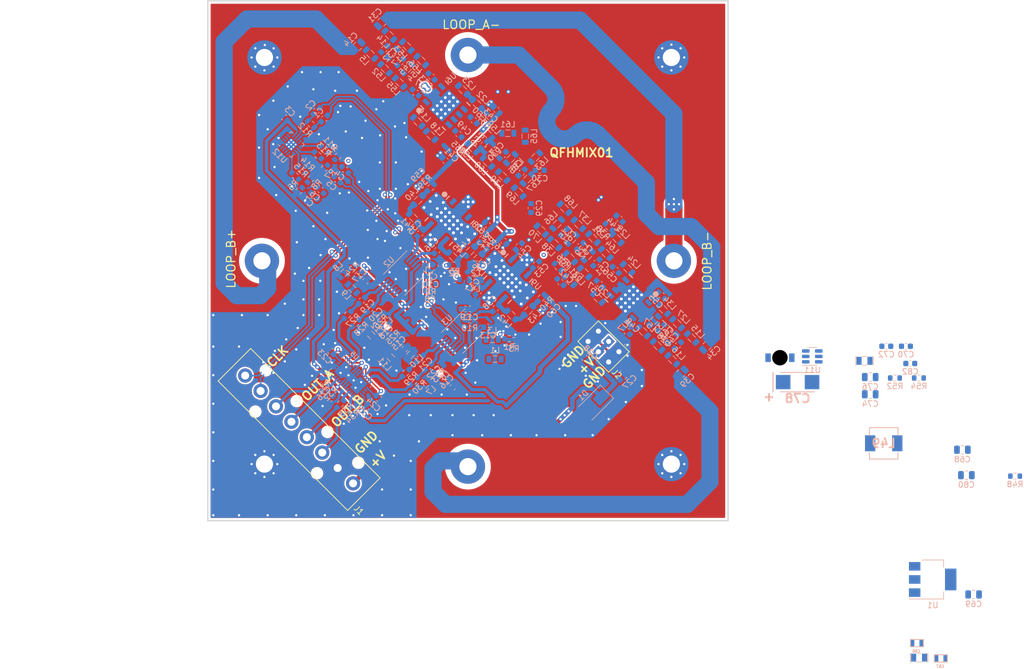
<source format=kicad_pcb>
(kicad_pcb (version 20210228) (generator pcbnew)
  (title_block (title "QFHMIX01C") (date "%d. %m. %Y") (rev "REV 0.2") (company "ORBISYS www.orbisys.sk") (comment 1 "VERSION 3") (comment 2 "Frontend for QFH antenna") (comment 3 "Maksim Rezenov, Jakub kakona"))
  (layers (0 "F.Cu" signal) (31 "B.Cu" signal) (34 "B.Paste" user) (35 "F.Paste" user) (36 "B.SilkS" user "B.Silkscreen") (37 "F.SilkS" user "F.Silkscreen") (38 "B.Mask" user) (39 "F.Mask" user) (44 "Edge.Cuts" user))
  (net 0 "")
  (net 1 "GND")
  (net 2 "VCC")
  (net 3 "+5V")
  (net 4 "+3V3")
  (net 5 "Net-(C19-Pad1)")
  (net 6 "Net-(C1-Pad2)")
  (net 7 "Net-(C29-Pad1)")
  (net 8 "Net-(C29-Pad2)")
  (net 9 "Net-(C33-Pad1)")
  (net 10 "Net-(C35-Pad1)")
  (net 11 "Net-(C36-Pad1)")
  (net 12 "Net-(C37-Pad1)")
  (net 13 "Net-(C40-Pad1)")
  (net 14 "Net-(C53-Pad1)")
  (net 15 "Net-(C57-Pad1)")
  (net 16 "Net-(C58-Pad1)")
  (net 17 "Net-(C2-Pad2)")
  (net 18 "Net-(C4-Pad1)")
  (net 19 "Net-(C5-Pad1)")
  (net 20 "Net-(C6-Pad1)")
  (net 21 "Net-(C63-Pad2)")
  (net 22 "Net-(L1-Pad1)")
  (net 23 "Net-(L12-Pad2)")
  (net 24 "/CLK_MIX1_N")
  (net 25 "/CLK_MIX1_P")
  (net 26 "/CLK_MIX2_N")
  (net 27 "/CLK_MIX2_P")
  (net 28 "Net-(C7-Pad1)")
  (net 29 "Net-(C10-Pad1)")
  (net 30 "Net-(C13-Pad1)")
  (net 31 "Net-(C19-Pad2)")
  (net 32 "Net-(C20-Pad1)")
  (net 33 "Net-(C21-Pad1)")
  (net 34 "Net-(C21-Pad2)")
  (net 35 "Net-(C20-Pad2)")
  (net 36 "Net-(C22-Pad2)")
  (net 37 "Net-(C46-Pad2)")
  (net 38 "Net-(C64-Pad1)")
  (net 39 "Net-(C64-Pad2)")
  (net 40 "Net-(C65-Pad2)")
  (net 41 "Net-(C24-Pad1)")
  (net 42 "Net-(C30-Pad1)")
  (net 43 "Net-(C30-Pad2)")
  (net 44 "Net-(C31-Pad2)")
  (net 45 "Net-(C32-Pad2)")
  (net 46 "Net-(C33-Pad2)")
  (net 47 "Net-(C39-Pad2)")
  (net 48 "Net-(C40-Pad2)")
  (net 49 "Net-(L2-Pad1)")
  (net 50 "Net-(C45-Pad1)")
  (net 51 "Net-(C46-Pad1)")
  (net 52 "Net-(R11-Pad2)")
  (net 53 "Net-(C47-Pad1)")
  (net 54 "Net-(C47-Pad2)")
  (net 55 "Net-(R14-Pad2)")
  (net 56 "Net-(R15-Pad2)")
  (net 57 "Net-(C48-Pad1)")
  (net 58 "Net-(C49-Pad1)")
  (net 59 "DEM_OUTA_P")
  (net 60 "DEM_OUTA_N")
  (net 61 "DEM_OUTB_P")
  (net 62 "CLK_IN_P")
  (net 63 "CLK_IN_N")
  (net 64 "DEM_OUTB_N")
  (net 65 "Net-(C11-Pad1)")
  (net 66 "Net-(C14-Pad1)")
  (net 67 "Net-(C22-Pad1)")
  (net 68 "Net-(C49-Pad2)")
  (net 69 "/LNA/QFH_IN_1_P")
  (net 70 "Net-(C12-Pad1)")
  (net 71 "/LNA/LNA_OUT_1_P")
  (net 72 "/LNA/QFH_IN_1_N")
  (net 73 "Net-(C23-Pad2)")
  (net 74 "Net-(C32-Pad1)")
  (net 75 "/LNA/LNA_OUT_1_N")
  (net 76 "/LNA/QFH_IN_2_P")
  (net 77 "Net-(C34-Pad1)")
  (net 78 "Net-(C50-Pad1)")
  (net 79 "Net-(C38-Pad1)")
  (net 80 "/LNA/LNA_OUT_2_P")
  (net 81 "Net-(C50-Pad2)")
  (net 82 "Net-(C51-Pad2)")
  (net 83 "Net-(C52-Pad1)")
  (net 84 "/LNA/QFH_IN_2_N")
  (net 85 "Net-(C45-Pad2)")
  (net 86 "Net-(C48-Pad2)")
  (net 87 "Net-(C51-Pad1)")
  (net 88 "/LNA/LNA_OUT_2_N")
  (net 89 "Net-(L6-Pad1)")
  (net 90 "Net-(L10-Pad1)")
  (net 91 "Net-(L11-Pad1)")
  (net 92 "Net-(L24-Pad2)")
  (net 93 "Net-(L40-Pad2)")
  (net 94 "Net-(L42-Pad2)")
  (net 95 "Net-(C52-Pad2)")
  (net 96 "Net-(C53-Pad2)")
  (net 97 "Net-(C54-Pad1)")
  (net 98 "Net-(C54-Pad2)")
  (net 99 "Net-(C55-Pad1)")
  (net 100 "Net-(C55-Pad2)")
  (net 101 "Net-(C56-Pad1)")
  (net 102 "Net-(C56-Pad2)")
  (net 103 "Net-(C57-Pad2)")
  (net 104 "Net-(C58-Pad2)")
  (net 105 "Net-(C63-Pad1)")
  (net 106 "Net-(C65-Pad1)")
  (net 107 "Net-(C67-Pad2)")
  (net 108 "Net-(C72-Pad1)")
  (net 109 "Net-(C74-Pad2)")
  (net 110 "Net-(D3-Pad2)")
  (net 111 "Net-(L3-Pad1)")
  (net 112 "Net-(L4-Pad1)")
  (net 113 "Net-(L7-Pad1)")
  (net 114 "Net-(L8-Pad1)")
  (net 115 "Net-(L8-Pad2)")
  (net 116 "Net-(L12-Pad1)")
  (net 117 "Net-(L18-Pad1)")
  (net 118 "Net-(L18-Pad2)")
  (net 119 "Net-(L20-Pad2)")
  (net 120 "Net-(L21-Pad2)")
  (net 121 "Net-(L22-Pad1)")
  (net 122 "Net-(L22-Pad2)")
  (net 123 "Net-(L25-Pad2)")
  (net 124 "Net-(L40-Pad1)")
  (net 125 "Net-(L43-Pad2)")
  (net 126 "Net-(L44-Pad1)")
  (net 127 "Net-(L44-Pad2)")
  (net 128 "Net-(L46-Pad2)")
  (net 129 "Net-(L47-Pad2)")
  (net 130 "Net-(R13-Pad2)")
  (net 131 "Net-(R27-Pad1)")
  (net 132 "Net-(R28-Pad1)")
  (net 133 "Net-(R29-Pad1)")
  (net 134 "Net-(R30-Pad1)")
  (net 135 "Net-(R31-Pad2)")
  (net 136 "Net-(R32-Pad2)")
  (net 137 "Net-(R33-Pad2)")
  (net 138 "Net-(R34-Pad2)")
  (net 139 "Net-(R48-Pad2)")
  (net 140 "Net-(C72-Pad2)")
  (footprint "Mlab_CON:IDC381-8-110" (layer "F.Cu") (at 120.5 119.5 -45)
    (fp_text reference "J1")
    (fp_text value "HEADER_1x08" hide)
  )
  (footprint "Mlab_Pin_Headers:Straight_2x03" (layer "F.Cu") (at 173.7 105 -135)
    (fp_text reference "J2")
    (fp_text value "+9V" hide)
  )
  (footprint "Resistor_SMD:R_0603_1608Metric" (layer "B.Cu") (at 122.555837 75.665763 45)
    (fp_text reference "R8")
    (fp_text value "68R")
  )
  (footprint "Resistor_SMD:R_0603_1608Metric" (layer "B.Cu") (at 120.447637 77.799363 -135)
    (fp_text reference "R5")
    (fp_text value "68R")
  )
  (footprint "Capacitor_SMD:C_0603_1608Metric" (layer "B.Cu") (at 132.894714 98.382683 45)
    (fp_text reference "C20")
    (fp_text value "100nF")
  )
  (footprint "Capacitor_SMD:C_0603_1608Metric" (layer "B.Cu") (at 131.457874 96.945842 45)
    (fp_text reference "C19")
    (fp_text value "100nF")
  )
  (footprint "Mlab_Mechanical:MountingHole_3mm" (layer "B.Cu") (at 185.56 125.56)
    (fp_text reference "M7" hide)
    (fp_text value "HOLE" hide)
  )
  (footprint "Mlab_Mechanical:MountingHole_3mm" (layer "B.Cu") (at 185.56 54.44)
    (fp_text reference "M6" hide)
    (fp_text value "HOLE" hide)
  )
  (footprint "Mlab_Mechanical:MountingHole_3mm" (layer "B.Cu") (at 114.44 125.56)
    (fp_text reference "M5" hide)
    (fp_text value "HOLE" hide)
  )
  (footprint "Diode_SMD:D_SMA" (layer "B.Cu") (at 171.9 115.3 -135)
    (fp_text reference "D1")
    (fp_text value "M4")
  )
  (footprint "Capacitor_SMD:C_0603_1608Metric" (layer "B.Cu") (at 123.103008 78.653008 -45)
    (fp_text reference "C7")
    (fp_text value "10nF")
  )
  (footprint "Capacitor_SMD:C_0603_1608Metric" (layer "B.Cu") (at 124.893294 65.134714 -135)
    (fp_text reference "C1")
    (fp_text value "100nF")
  )
  (footprint "Capacitor_SMD:C_0603_1608Metric" (layer "B.Cu") (at 124.246008 77.637008 -45)
    (fp_text reference "C6")
    (fp_text value "10nF")
  )
  (footprint "Capacitor_SMD:C_0603_1608Metric" (layer "B.Cu") (at 123.536291 63.804711 -135)
    (fp_text reference "C2")
    (fp_text value "100nF")
  )
  (footprint "Resistor_SMD:R_0603_1608Metric" (layer "B.Cu") (at 124.943437 70.485837 135)
    (fp_text reference "R11")
    (fp_text value "130R")
  )
  (footprint "Resistor_SMD:R_0603_1608Metric" (layer "B.Cu") (at 124.892637 73.862363 45)
    (fp_text reference "R7")
    (fp_text value "68R")
  )
  (footprint "Resistor_SMD:R_0603_1608Metric" (layer "B.Cu") (at 127.305637 71.703363 -135)
    (fp_text reference "R4")
    (fp_text value "68R")
  )
  (footprint "Capacitor_SMD:C_0805_2012Metric" (layer "B.Cu") (at 177.1 110 45)
    (fp_text reference "C27")
    (fp_text value "10uF/16")
  )
  (footprint "Mlab_Mechanical:MountingHole_3mm" (layer "B.Cu") (at 150 126)
    (fp_text reference "M4" hide)
    (fp_text value "HOLE" hide)
  )
  (footprint "Mlab_Mechanical:MountingHole_3mm" (layer "B.Cu") (at 150 54)
    (fp_text reference "M3" hide)
    (fp_text value "HOLE" hide)
  )
  (footprint "Mlab_Mechanical:MountingHole_3mm" (layer "B.Cu") (at 186 90)
    (fp_text reference "M2" hide)
    (fp_text value "HOLE" hide)
  )
  (footprint "Mlab_Mechanical:MountingHole_3mm" (layer "B.Cu") (at 114 90)
    (fp_text reference "M1" hide)
    (fp_text value "HOLE" hide)
  )
  (footprint "Capacitor_SMD:C_0603_1608Metric" (layer "B.Cu") (at 143.051596 108.539567 45)
    (fp_text reference "C22")
    (fp_text value "100nF")
  )
  (footprint "Capacitor_SMD:C_0603_1608Metric" (layer "B.Cu") (at 141.60344 107.114038 45)
    (fp_text reference "C21")
    (fp_text value "100nF")
  )
  (footprint "Resistor_SMD:R_0603_1608Metric" (layer "B.Cu") (at 127.703702 115.023734 45)
    (fp_text reference "R33")
    (fp_text value "50")
  )
  (footprint "Resistor_SMD:R_0603_1608Metric" (layer "B.Cu") (at 130.380243 100.897154 45)
    (fp_text reference "R28")
    (fp_text value "100")
  )
  (footprint "Resistor_SMD:R_0603_1608Metric" (layer "B.Cu") (at 125.009625 112.257817 45)
    (fp_text reference "R32")
    (fp_text value "50")
  )
  (footprint "Resistor_SMD:R_0603_1608Metric" (layer "B.Cu") (at 123.842191 111.090383 45)
    (fp_text reference "R31")
    (fp_text value "50")
  )
  (footprint "Resistor_SMD:R_0603_1608Metric" (layer "B.Cu") (at 128.943403 99.460313 45)
    (fp_text reference "R27")
    (fp_text value "100")
  )
  (footprint "Resistor_SMD:R_0603_1608Metric" (layer "B.Cu") (at 140.537125 111.054036 45)
    (fp_text reference "R30")
    (fp_text value "100")
  )
  (footprint "Resistor_SMD:R_0603_1608Metric" (layer "B.Cu") (at 128.871135 116.191169 45)
    (fp_text reference "R34")
    (fp_text value "50")
  )
  (footprint "Mlab_Mechanical:MountingHole_3mm" (layer "B.Cu") (at 114.44 54.44)
    (fp_text reference "M8" hide)
    (fp_text value "HOLE" hide)
  )
  (footprint "Capacitor_SMD:C_0603_1608Metric" (layer "B.Cu") (at 127.163192 75.804392 -45)
    (fp_text reference "C5")
    (fp_text value "10nF")
  )
  (footprint "Capacitor_SMD:C_0603_1608Metric" (layer "B.Cu") (at 128.534792 74.077192 -45)
    (fp_text reference "C4")
    (fp_text value "10nF")
  )
  (footprint "Capacitor_SMD:C_0603_1608Metric" (layer "B.Cu") (at 170.4 107 135)
    (fp_text reference "C28")
    (fp_text value "100nF")
  )
  (footprint "Capacitor_SMD:C_0603_1608Metric" (layer "B.Cu") (at 132.08 93.599 -135)
    (fp_text reference "C17")
    (fp_text value "10nF")
  )
  (footprint "Capacitor_SMD:C_0603_1608Metric" (layer "B.Cu") (at 136.692008 103.464992 -135)
    (fp_text reference "C18")
    (fp_text value "10nF")
  )
  (footprint "Capacitor_SMD:C_0603_1608Metric" (layer "B.Cu") (at 133.017893 115.592893 -45)
    (fp_text reference "C25")
    (fp_text value "100nF")
  )
  (footprint "Capacitor_SMD:C_0603_1608Metric" (layer "B.Cu") (at 125.807107 114.192893 -135)
    (fp_text reference "C26")
    (fp_text value "100nF")
  )
  (footprint "Capacitor_SMD:C_0603_1608Metric" (layer "B.Cu") (at 125.961532 105.774071 -45)
    (fp_text reference "C23")
    (fp_text value "10nF")
  )
  (footprint "Capacitor_SMD:C_0603_1608Metric" (layer "B.Cu") (at 144.45 91.225 -45)
    (fp_text reference "C12")
    (fp_text value "100nF")
  )
  (footprint "Capacitor_SMD:C_0603_1608Metric" (layer "B.Cu") (at 134.492893 114.142893 -45)
    (fp_text reference "C24")
    (fp_text value "10nF")
  )
  (footprint "Capacitor_SMD:C_0603_1608Metric" (layer "B.Cu") (at 117.875 64.9 135)
    (fp_text reference "C3")
    (fp_text value "10nF")
  )
  (footprint "Resistor_SMD:R_0603_1608Metric" (layer "B.Cu") (at 139.100282 109.617196 45)
    (fp_text reference "R29")
    (fp_text value "100")
  )
  (footprint "Inductor_SMD:L_0805_2012Metric" (layer "B.Cu") (at 129.794 94.869 -45)
    (fp_text reference "L9")
    (fp_text value "270nH")
  )
  (footprint "Inductor_SMD:L_0805_2012Metric" (layer "B.Cu") (at 134.62 99.938301 45)
    (fp_text reference "L13")
    (fp_text value "270nH")
  )
  (footprint "Capacitor_SMD:C_0603_1608Metric" (layer "B.Cu") (at 146.1 72.5 135)
    (fp_text reference "C41")
    (fp_text value "10nF")
  )
  (footprint "Capacitor_SMD:C_0603_1608Metric" (layer "B.Cu") (at 155 63.6 -45)
    (fp_text reference "C43")
    (fp_text value "10nF")
  )
  (footprint "Capacitor_SMD:C_0603_1608Metric" (layer "B.Cu") (at 142.3 76 -135)
    (fp_text reference "C59")
    (fp_text value "10nF")
  )
  (footprint "Capacitor_SMD:C_0603_1608Metric" (layer "B.Cu") (at 153.5 83.8 -45)
    (fp_text reference "C62")
    (fp_text value "10nF")
  )
  (footprint "Capacitor_SMD:C_0805_2012Metric" (layer "B.Cu") (at 130.7 52.475 -135)
    (fp_text reference "C14")
    (fp_text value "100pF")
  )
  (footprint "Capacitor_SMD:C_0603_1608Metric" (layer "B.Cu") (at 135.382 52.959 45)
    (fp_text reference "C32")
    (fp_text value "33pF")
  )
  (footprint "Capacitor_SMD:C_0603_1608Metric" (layer "B.Cu") (at 140.843 60.579 135)
    (fp_text reference "C47")
    (fp_text value "100pF")
  )
  (footprint "Capacitor_SMD:C_0603_1608Metric" (layer "B.Cu") (at 148.336 67.818 135)
    (fp_text reference "C49")
    (fp_text value "100pF")
  )
  (footprint "Capacitor_SMD:C_0603_1608Metric" (layer "B.Cu") (at 161.036 80.772 90)
    (fp_text reference "C29")
    (fp_text value "100pF")
  )
  (footprint "Capacitor_SMD:C_0603_1608Metric" (layer "B.Cu") (at 141.68708 85.180078 -135)
    (fp_text reference "C35")
    (fp_text value "100pF")
  )
  (footprint "Capacitor_SMD:C_0603_1608Metric" (layer "B.Cu") (at 152.781 69.723 -135)
    (fp_text reference "C58")
    (fp_text value "18pF")
  )
  (footprint "Capacitor_SMD:C_0603_1608Metric" (layer "B.Cu") (at 156.083 71.501 -135)
    (fp_text reference "C63")
    (fp_text value "18pF")
  )
  (footprint "Capacitor_SMD:C_0603_1608Metric" (layer "B.Cu") (at 159.385 74.549 -135)
    (fp_text reference "C65")
    (fp_text value "18pF")
  )
  (footprint "Capacitor_SMD:C_0805_2012Metric" (layer "B.Cu") (at 134.95 48.25 -135)
    (fp_text reference "C31")
    (fp_text value "100pF")
  )
  (footprint "Capacitor_SMD:C_0603_1608Metric" (layer "B.Cu") (at 138.176 55.245 45)
    (fp_text reference "C45")
    (fp_text value "39pF")
  )
  (footprint "Capacitor_SMD:C_0603_1608Metric" (layer "B.Cu") (at 143.637 57.785 -45)
    (fp_text reference "C33")
    (fp_text value "100pF")
  )
  (footprint "Capacitor_SMD:C_0603_1608Metric" (layer "B.Cu") (at 151.003 65.405 135)
    (fp_text reference "C50")
    (fp_text value "100pF")
  )
  (footprint "Capacitor_SMD:C_0603_1608Metric" (layer "B.Cu") (at 144.656928 88.149926 -135)
    (fp_text reference "C36")
    (fp_text value "100pF")
  )
  (footprint "Capacitor_SMD:C_0603_1608Metric" (layer "B.Cu") (at 151.889131 95.336649 -135)
    (fp_text reference "C37")
    (fp_text value "100pF")
  )
  (footprint "Capacitor_SMD:C_0603_1608Metric" (layer "B.Cu") (at 154.858979 98.306497 -135)
    (fp_text reference "C38")
    (fp_text value "100pF")
  )
  (footprint "Capacitor_SMD:C_0603_1608Metric" (layer "B.Cu") (at 176.489992 82.636992 -45)
    (fp_text reference "C44")
    (fp_text value "10nF")
  )
  (footprint "Capacitor_SMD:C_0603_1608Metric" (layer "B.Cu") (at 164 97.7 45)
    (fp_text reference "C60")
    (fp_text value "10nF")
  )
  (footprint "Capacitor_SMD:C_0603_1608Metric" (layer "B.Cu") (at 156.2 86.5 -45)
    (fp_text reference "C61")
    (fp_text value "10nF")
  )
  (footprint "Inductor_SMD:L_0805_2012Metric" (layer "B.Cu") (at 143.51 68.072 135)
    (fp_text reference "L18")
    (fp_text value "820nH")
  )
  (footprint "Inductor_SMD:L_0805_2012Metric" (layer "B.Cu") (at 151.6 62.6 135)
    (fp_text reference "L22")
    (fp_text value "820nH")
  )
  (footprint "Inductor_SMD:L_0805_2012Metric" (layer "B.Cu") (at 141.3 79.4 -135)
    (fp_text reference "L40")
    (fp_text value "820nH")
  )
  (footprint "Inductor_SMD:L_0805_2012Metric" (layer "B.Cu") (at 150.4 88.3 -135)
    (fp_text reference "L44")
    (fp_text value "820nH")
  )
  (footprint "Inductor_SMD:L_0805_2012Metric" (layer "B.Cu") (at 141.224 65.659 135)
    (fp_text reference "L19")
    (fp_text value "270nH")
  )
  (footprint "Inductor_SMD:L_0805_2012Metric" (layer "B.Cu") (at 149.1 60.1 135)
    (fp_text reference "L23")
    (fp_text value "270nH")
  )
  (footprint "Inductor_SMD:L_0805_2012Metric" (layer "B.Cu") (at 140.5 82.5 -45)
    (fp_text reference "L41")
    (fp_text value "270nH")
  )
  (footprint "Inductor_SMD:L_0805_2012Metric" (layer "B.Cu") (at 147.4 89.3 135)
    (fp_text reference "L45")
    (fp_text value "270nH")
  )
  (footprint "Inductor_SMD:L_0805_2012Metric" (layer "B.Cu") (at 150.749 70.231 -45)
    (fp_text reference "L58")
    (fp_text value "27nH")
  )
  (footprint "Inductor_SMD:L_0805_2012Metric" (layer "B.Cu") (at 158.877 77.978 -45)
    (fp_text reference "L69")
    (fp_text value "27nH")
  )
  (footprint "Inductor_SMD:L_0805_2012Metric" (layer "B.Cu") (at 136.779 53.721 45)
    (fp_text reference "L17")
    (fp_text value "5.6nH")
  )
  (footprint "Inductor_SMD:L_0805_2012Metric" (layer "B.Cu") (at 139.446 56.388 45)
    (fp_text reference "L54")
    (fp_text value "4.7nH")
  )
  (footprint "Inductor_SMD:L_0805_2012Metric" (layer "B.Cu") (at 153.543 70.231 45)
    (fp_text reference "L30")
    (fp_text value "10nH")
  )
  (footprint "Inductor_SMD:L_0805_2012Metric" (layer "B.Cu") (at 157.490699 72.125301 45)
    (fp_text reference "L36")
    (fp_text value "10nH")
  )
  (footprint "Inductor_SMD:L_0805_2012Metric" (layer "B.Cu") (at 160.401 75.692 45)
    (fp_text reference "L67")
    (fp_text value "10nH")
  )
  (footprint "Inductor_SMD:L_0805_2012Metric" (layer "B.Cu") (at 153.416 67.818 135)
    (fp_text reference "L59")
    (fp_text value "27nH")
  )
  (footprint "Inductor_SMD:L_0805_2012Metric" (layer "B.Cu") (at 161.798 71.882 45)
    (fp_text reference "L63")
    (fp_text value "27nH")
  )
  (footprint "Inductor_SMD:L_0805_2012Metric" (layer "B.Cu") (at 177.9016 91.3384 135)
    (fp_text reference "L24")
    (fp_text value "270nH")
  )
  (footprint "Inductor_SMD:L_0805_2012Metric" (layer "B.Cu") (at 157.6 99.5 -45)
    (fp_text reference "L42")
    (fp_text value "270nH")
  )
  (footprint "Inductor_SMD:L_0805_2012Metric" (layer "B.Cu") (at 150.8 92.6 135)
    (fp_text reference "L46")
    (fp_text value "270nH")
  )
  (footprint "Inductor_SMD:L_0805_2012Metric" (layer "B.Cu") (at 176.022 86.106 135)
    (fp_text reference "L25")
    (fp_text value "820nH")
  )
  (footprint "Inductor_SMD:L_0805_2012Metric" (layer "B.Cu") (at 160.6 98.7 45)
    (fp_text reference "L43")
    (fp_text value "820nH")
  )
  (footprint "Inductor_SMD:L_0805_2012Metric" (layer "B.Cu") (at 151.7 89.6 45)
    (fp_text reference "L47")
    (fp_text value "820nH")
  )
  (footprint "Resistor_SMD:R_0603_1608Metric" (layer "B.Cu") (at 147.3 71.3 135)
    (fp_text reference "R35")
    (fp_text value "3")
  )
  (footprint "Resistor_SMD:R_0603_1608Metric" (layer "B.Cu") (at 153.8 64.8 -45)
    (fp_text reference "R37")
    (fp_text value "3")
  )
  (footprint "Resistor_SMD:R_0603_1608Metric" (layer "B.Cu") (at 143.5 77.2 -135)
    (fp_text reference "R39")
    (fp_text value "3")
  )
  (footprint "Resistor_SMD:R_0603_1608Metric" (layer "B.Cu") (at 152.6 86.1 45)
    (fp_text reference "R41")
    (fp_text value "3")
  )
  (footprint "Resistor_SMD:R_0603_1608Metric" (layer "B.Cu") (at 174.625 84.074 -45)
    (fp_text reference "R38")
    (fp_text value "3")
  )
  (footprint "Resistor_SMD:R_0603_1608Metric" (layer "B.Cu") (at 162.8 96.5 45)
    (fp_text reference "R40")
    (fp_text value "3")
  )
  (footprint "Resistor_SMD:R_0603_1608Metric" (layer "B.Cu") (at 153.9 87.4 -135)
    (fp_text reference "R42")
    (fp_text value "3")
  )
  (footprint "Mlab_IO:DL1020" (layer "B.Cu") (at 146.764645 82.985355 -45)
    (fp_text reference "U8")
    (fp_text value "MGVA-63+" hide)
  )
  (footprint "Mlab_IO:DL1020" (layer "B.Cu") (at 157.014645 93.135355 -45)
    (fp_text reference "U9")
    (fp_text value "MGVA-63+" hide)
  )
  (footprint "Resistor_SMD:R_0603_1608Metric" (layer "B.Cu") (at 165.735 91.059 135)
    (fp_text reference "R36")
    (fp_text value "3")
  )
  (footprint "Capacitor_SMD:C_0603_1608Metric" (layer "B.Cu") (at 166.1668 93.726 135)
    (fp_text reference "C42")
    (fp_text value "10nF")
  )
  (footprint "Inductor_SMD:L_0805_2012Metric" (layer "B.Cu") (at 172.72 96.52 135)
    (fp_text reference "L20")
    (fp_text value "270nH")
  )
  (footprint "Inductor_SMD:L_0805_2012Metric" (layer "B.Cu") (at 167.767 93.472 135)
    (fp_text reference "L21")
    (fp_text value "820nH")
  )
  (footprint "Inductor_SMD:L_0805_2012Metric" (layer "B.Cu") (at 128.397 92.075 -135)
    (fp_text reference "L8")
    (fp_text value "820nH")
  )
  (footprint "Inductor_SMD:L_0805_2012Metric" (layer "B.Cu") (at 139.954 106.426 45)
    (fp_text reference "L10")
    (fp_text value "270nH")
  )
  (footprint "Resistor_SMD:R_0603_1608Metric" (layer "B.Cu") (at 137.922 104.394 -135)
    (fp_text reference "R25")
    (fp_text value "0R")
  )
  (footprint "Resistor_SMD:R_0603_1608Metric" (layer "B.Cu") (at 158.045 103.93)
    (fp_text reference "R3")
    (fp_text value "68R")
  )
  (footprint "Capacitor_SMD:C_0603_1608Metric" (layer "B.Cu") (at 175.8188 91.5924 -45)
    (fp_text reference "C56")
    (fp_text value "100pF")
  )
  (footprint "Inductor_SMD:L_0805_2012Metric" (layer "B.Cu") (at 156.083 75.184 -45)
    (fp_text reference "L39")
    (fp_text value "82nH")
  )
  (footprint "Capacitor_SMD:C_0805_2012Metric" (layer "B.Cu") (at 191.77 104.902 45)
    (fp_text reference "C34")
    (fp_text value "100pF")
  )
  (footprint "Capacitor_SMD:C_0603_1608Metric" (layer "B.Cu") (at 166.7764 84.9884 45)
    (fp_text reference "C64")
    (fp_text value "18pF")
  )
  (footprint "Inductor_SMD:L_0805_2012Metric" (layer "B.Cu") (at 136.271 50.546 -45)
    (fp_text reference "L14")
    (fp_text value "22nH")
  )
  (footprint "Inductor_SMD:L_0805_2012Metric" (layer "B.Cu") (at 142.504699 111.622301 45)
    (fp_text reference "L7")
    (fp_text value "820nH")
  )
  (footprint "Inductor_SMD:L_0805_2012Metric" (layer "B.Cu") (at 170.9928 89.1032 -135)
    (fp_text reference "L29")
    (fp_text value "10nH")
  )
  (footprint "Inductor_SMD:L_0805_2012Metric" (layer "B.Cu") (at 169.3164 83.6168 135)
    (fp_text reference "L37")
    (fp_text value "82nH")
  )
  (footprint "Inductor_SMD:L_0805_2012Metric" (layer "B.Cu") (at 139.319 52.451 -45)
    (fp_text reference "L53")
    (fp_text value "39nH")
  )
  (footprint "Inductor_SMD:L_0805_2012Metric" (layer "B.Cu") (at 189.103 103.505 135)
    (fp_text reference "L15")
    (fp_text value "22nH")
  )
  (footprint "Inductor_SMD:L_0805_2012Metric" (layer "B.Cu") (at 167.894 89.4588 -45)
    (fp_text reference "L32")
    (fp_text value "82nH")
  )
  (footprint "Resistor_SMD:R_0603_1608Metric" (layer "B.Cu") (at 130.81 92.456 -135)
    (fp_text reference "R24")
    (fp_text value "0R")
  )
  (footprint "Resistor_SMD:R_0603_1608Metric" (layer "B.Cu") (at 224.6326 110.5004)
    (fp_text reference "R52")
    (fp_text value "73k2")
  )
  (footprint "Capacitor_SMD:C_0603_1608Metric" (layer "B.Cu") (at 150.355 98.425)
    (fp_text reference "C11")
    (fp_text value "10nF")
  )
  (footprint "Capacitor_SMD:C_0603_1608Metric" (layer "B.Cu") (at 153.53 101.6)
    (fp_text reference "C13")
    (fp_text value "100nF")
  )
  (footprint "Mlab_C:SMD-0603" (layer "B.Cu") (at 228.473 156.86506)
    (fp_text reference "C66")
    (fp_text value "100nF" hide)
  )
  (footprint "Inductor_SMD:L_0805_2012Metric" (layer "B.Cu") (at 185.7248 103.5812 -135)
    (fp_text reference "L62")
    (fp_text value "5.6nH")
  )
  (footprint "Capacitor_SMD:C_0805_2012Metric" (layer "B.Cu") (at 220.3086 113.3424)
    (fp_text reference "C74")
    (fp_text value "10uF/16")
  )
  (footprint "Capacitor_SMD:C_0603_1608Metric" (layer "B.Cu") (at 227.3116 107.9574)
    (fp_text reference "C82")
    (fp_text value "100nF")
  )
  (footprint "Mlab_R:SMD-0805" (layer "B.Cu") (at 219.3126 107.4904)
    (fp_text reference "L51")
    (fp_text value "BLM21PG331SN1D")
  )
  (footprint "Inductor_SMD:L_0805_2012Metric" (layer "B.Cu") (at 132.969 53.848 -45)
    (fp_text reference "L5")
    (fp_text value "22nH")
  )
  (footprint "Package_TO_SOT_SMD:SOT-223-3_TabPin2" (layer "B.Cu") (at 231.229 145.73606)
    (fp_text reference "U1")
    (fp_text value "LM1117MP-3,3/NO")
  )
  (footprint "Capacitor_SMD:C_0805_2012Metric" (layer "B.Cu") (at 237.1186 127.4924)
    (fp_text reference "C80")
    (fp_text value "47uF/6,3V")
  )
  (footprint "Inductor_SMD:L_0805_2012Metric" (layer "B.Cu") (at 141.859 54.991 -45)
    (fp_text reference "L56")
    (fp_text value "18nH")
  )
  (footprint "Inductor_SMD:L_0805_2012Metric" (layer "B.Cu") (at 133.096 102.997 135)
    (fp_text reference "L12")
    (fp_text value "820nH")
  )
  (footprint "Resistor_SMD:R_0603_1608Metric" (layer "B.Cu") (at 122.5804 66.0908 -45)
    (fp_text reference "R12")
    (fp_text value "100")
  )
  (footprint "Resistor_SMD:R_0603_1608Metric" (layer "B.Cu") (at 147.5155 90.735)
    (fp_text reference "R2")
    (fp_text value "68R")
  )
  (footprint "Resistor_SMD:R_0603_1608Metric" (layer "B.Cu") (at 157.226 103.632)
    (fp_text reference "R1")
    (fp_text value "68R")
  )
  (footprint "Capacitor_SMD:C_0603_1608Metric" (layer "B.Cu") (at 149.58 98.425)
    (fp_text reference "C9")
    (fp_text value "100nF")
  )
  (footprint "Capacitor_SMD:C_0603_1608Metric" (layer "B.Cu") (at 161.8996 90.678 45)
    (fp_text reference "C53")
    (fp_text value "100pF")
  )
  (footprint "Inductor_SMD:L_0805_2012Metric" (layer "B.Cu") (at 135.509 56.388 -45)
    (fp_text reference "L52")
    (fp_text value "39nH")
  )
  (footprint "Capacitor_SMD:C_0805_2012Metric" (layer "B.Cu") (at 236.4186 123.0424)
    (fp_text reference "C68")
    (fp_text value "10uF/16")
  )
  (footprint "Inductor_SMD:L_0805_2012Metric" (layer "B.Cu") (at 138.049 58.801 -45)
    (fp_text reference "L55")
    (fp_text value "18nH")
  )
  (footprint "Inductor_SMD:L_0805_2012Metric" (layer "B.Cu") (at 154.2505 103.735 180)
    (fp_text reference "L3")
    (fp_text value "56nH")
  )
  (footprint "Inductor_SMD:L_0805_2012Metric" (layer "B.Cu") (at 185.7248 107.2896 135)
    (fp_text reference "L16")
    (fp_text value "22nH")
  )
  (footprint "Inductor_SMD:L_0805_2012Metric" (layer "B.Cu") (at 182.499 100.457 45)
    (fp_text reference "L33")
    (fp_text value "4.7nH")
  )
  (footprint "Inductor_SMD:L_0805_2012Metric" (layer "B.Cu") (at 186.563 100.965 135)
    (fp_text reference "L27")
    (fp_text value "39nH")
  )
  (footprint "Capacitor_SMD:C_0805_2012Metric" (layer "B.Cu") (at 220.3086 110.3324)
    (fp_text reference "C76")
    (fp_text value "10uF/16")
  )
  (footprint "Capacitor_SMD:C_0603_1608Metric" (layer "B.Cu") (at 169.6212 87.4268 45)
    (fp_text reference "C52")
    (fp_text value "18pF")
  )
  (footprint "Inductor_SMD:L_0805_2012Metric" (layer "B.Cu") (at 144.907 108.966 45)
    (fp_text reference "L6")
    (fp_text value "270nH")
  )
  (footprint "Inductor_SMD:L_0805_2012Metric" (layer "B.Cu") (at 165.1508 86.9696 -45)
    (fp_text reference "L38")
    (fp_text value "82nH")
  )
  (footprint "Capacitor_SMD:C_0603_1608Metric" (layer "B.Cu") (at 186.69 104.8004 -135)
    (fp_text reference "C40")
    (fp_text value "33pF")
  )
  (footprint "Resistor_SMD:R_0603_1608Metric" (layer "B.Cu") (at 119.810963 75.157763 135)
    (fp_text reference "R15")
    (fp_text value "130R")
  )
  (footprint "Package_SO:TSSOP-14_4.4x5mm_P0.65mm" (layer "B.Cu") (at 148.798959 102.792201 -135)
    (fp_text reference "U3")
    (fp_text value "AD8343")
  )
  (footprint "Resistor_SMD:R_0603_1608Metric" (layer "B.Cu") (at 145.974637 111.073363 -135)
    (fp_text reference "R23")
    (fp_text value "0R")
  )
  (footprint "Inductor_SMD:L_0805_2012Metric" (layer "B.Cu") (at 156.972 67.691 180)
    (fp_text reference "L61")
    (fp_text value "82nH")
  )
  (footprint "Capacitor_SMD:C_0603_1608Metric" (layer "B.Cu") (at 183.769 101.727 45)
    (fp_text reference "C46")
    (fp_text value "39pF")
  )
  (footprint "Inductor_SMD:L_0805_2012Metric" (layer "B.Cu") (at 170.3832 92.0496 -45)
    (fp_text reference "L26")
    (fp_text value "27nH")
  )
  (footprint "Inductor_SMD:L_0805_2012Metric" (layer "B.Cu") (at 151.3375 93.345)
    (fp_text reference "L4")
    (fp_text value "56nH")
  )
  (footprint "Capacitor_SMD:C_0805_2012Metric" (layer "B.Cu") (at 238.379 148.35606)
    (fp_text reference "C69")
    (fp_text value "10uF")
  )
  (footprint "Capacitor_SMD:C_0603_1608Metric" (layer "B.Cu") (at 183.8452 96.0628 -45)
    (fp_text reference "C55")
    (fp_text value "100pF")
  )
  (footprint "Mlab_D:LED_1206" (layer "B.Cu") (at 204.5332 106.95)
    (fp_text reference "D3" hide)
    (fp_text value "RED" hide)
  )
  (footprint "Resistor_SMD:R_0603_1608Metric" (layer "B.Cu") (at 135.763 101.6 -135)
    (fp_text reference "R26")
    (fp_text value "0R")
  )
  (footprint "Mlab_IO:DL1020" (layer "B.Cu") (at 146.05 62.865 45)
    (fp_text reference "U6")
    (fp_text value "MPGA-105+" hide)
  )
  (footprint "Inductor_SMD:L_0805_2012Metric" (layer "B.Cu") (at 151.3375 90.595)
    (fp_text reference "L2")
    (fp_text value "56nH")
  )
  (footprint "Resistor_SMD:R_0603_1608Metric" (layer "B.Cu") (at 123.775037 71.552637 135)
    (fp_text reference "R13")
    (fp_text value "130R")
  )
  (footprint "Resistor_SMD:R_0603_1608Metric" (layer "B.Cu") (at 120.979363 74.090963 135)
    (fp_text reference "R14")
    (fp_text value "130R")
  )
  (footprint "Package_TO_SOT_SMD:SOT-23-6" (layer "B.Cu") (at 210.1886 106.7224)
    (fp_text reference "U11")
    (fp_text value "TPS563249")
  )
  (footprint "Inductor_SMD:L_0805_2012Metric" (layer "B.Cu") (at 153.416 72.771 -45)
    (fp_text reference "L60")
    (fp_text value "82nH")
  )
  (footprint "Inductor_SMD:L_0805_2012Metric" (layer "B.Cu") (at 180.604699 102.372699 135)
    (fp_text reference "L57")
    (fp_text value "18nH")
  )
  (footprint "Capacitor_SMD:C_0603_1608Metric" (layer "B.Cu") (at 158.9024 87.4776 45)
    (fp_text reference "C54")
    (fp_text value "100pF")
  )
  (footprint "Resistor_SMD:R_0603_1608Metric" (layer "B.Cu") (at 228.8226 110.5004)
    (fp_text reference "R54")
    (fp_text value "240R")
  )
  (footprint "Capacitor_SMD:C_0603_1608Metric" (layer "B.Cu") (at 173.0248 94.0308 -45)
    (fp_text reference "C57")
    (fp_text value "100pF")
  )
  (footprint "Resistor_SMD:R_0603_1608Metric" (layer "B.Cu") (at 143.51 93.98)
    (fp_text reference "R9")
    (fp_text value "3R9")
  )
  (footprint "Capacitor_SMD:C_0603_1608Metric" (layer "B.Cu") (at 143.51 92.71)
    (fp_text reference "C10")
    (fp_text value "10nF")
  )
  (footprint "Capacitor_SMD:C_0603_1608Metric" (layer "B.Cu") (at 223.1216 104.9474)
    (fp_text reference "C72")
    (fp_text value "100nF")
  )
  (footprint "Capacitor_SMD:C_0603_1608Metric" (layer "B.Cu") (at 172.466 90.3224 45)
    (fp_text reference "C51")
    (fp_text value "18pF")
  )
  (footprint "Capacitor_SMD:C_0603_1608Metric" (layer "B.Cu") (at 138.938 105.41 -135)
    (fp_text reference "C15")
    (fp_text value "10nF")
  )
  (footprint "Resistor_SMD:R_0603_1608Metric" (layer "B.Cu") (at 150.305 100.33)
    (fp_text reference "R10")
    (fp_text value "3R9")
  )
  (footprint "Inductor_SMD:L_0805_2012Metric" (layer "B.Cu") (at 171.8564 86.0552 135)
    (fp_text reference "L31")
    (fp_text value "82nH")
  )
  (footprint "Mlab_C:SMD-0603" (layer "B.Cu") (at 232.663 159.53506)
    (fp_text reference "C67")
    (fp_text value "100nF" hide)
  )
  (footprint "Inductor_SMD:L_0805_2012Metric" (layer "B.Cu") (at 154.7368 107.188 180)
    (fp_text reference "L1")
    (fp_text value "56nH")
  )
  (footprint "Capacitor_SMD:C_0805_2012Metric" (layer "B.Cu") (at 187.198 109.728 45)
    (fp_text reference "C39")
    (fp_text value "100pF")
  )
  (footprint "Mlab_IO:DL1020" (layer "B.Cu") (at 178.228934 96.6724 -135)
    (fp_text reference "U7")
    (fp_text value "MPGA-105+" hide)
  )
  (footprint "Inductor_SMD:L_0805_2012Metric" (layer "B.Cu") (at 160.02 68.199 90)
    (fp_text reference "L65")
    (fp_text value "82nH")
  )
  (footprint "Mlab_L:SMD-0805" (layer "B.Cu") (at 228.854 159.40806)
    (fp_text reference "L48")
    (fp_text value "BLM21PG331SN1D")
  )
  (footprint "Capacitor_SMD:C_0603_1608Metric" (layer "B.Cu") (at 226.5516 104.9474)
    (fp_text reference "C70")
    (fp_text value "100nF")
  )
  (footprint "Capacitor_SMD:C_0603_1608Metric" (layer "B.Cu") (at 177.7492 102.3112 135)
    (fp_text reference "C48")
    (fp_text value "100pF")
  )
  (footprint "Package_DFN_QFN:QFN-16-1EP_3x3mm_P0.5mm_EP1.7x1.7mm_ThermalVias" (layer "B.Cu") (at 119.108944 69.663723 -45)
    (fp_text reference "U12")
    (fp_text value "Si53322")
  )
  (footprint "Resistor_SMD:R_0603_1608Metric" (layer "B.Cu") (at 245.6326 127.6604)
    (fp_text reference "R48")
    (fp_text value "10k")
  )
  (footprint "Capacitor_SMD:C_0603_1608Metric" (layer "B.Cu") (at 143.37 95.25)
    (fp_text reference "C8")
    (fp_text value "100nF")
  )
  (footprint "Package_SO:TSSOP-14_4.4x5mm_P0.65mm" (layer "B.Cu") (at 138.642078 92.63532 -135)
    (fp_text reference "U2")
    (fp_text value "AD8343")
  )
  (footprint "Inductor_SMD:L_0805_2012Metric" (layer "B.Cu") (at 174.0916 88.6968 135)
    (fp_text reference "L64")
    (fp_text value "27nH")
  )
  (footprint "Mlab_IO:UFF_QFN34" (layer "B.Cu") (at 129.553633 110.443804 -135)
    (fp_text reference "U5")
    (fp_text value "LT6604-10" hide)
  )
  (footprint "Inductor_SMD:L_0805_2012Metric" (layer "B.Cu") (at 162.814 84.6328 -45)
    (fp_text reference "L70")
    (fp_text value "27nH")
  )
  (footprint "Inductor_SMD:L_0805_2012Metric" (layer "B.Cu") (at 166.878 80.8228 135)
    (fp_text reference "L68")
    (fp_text value "27nH")
  )
  (footprint "Inductor_SMD:L_0805_2012Metric" (layer "B.Cu") (at 136.535699 106.944699 -45)
    (fp_text reference "L11")
    (fp_text value "820nH")
  )
  (footprint "Inductor_SMD:L_0805_2012Metric" (layer "B.Cu") (at 168.1988 86.2076 -135)
    (fp_text reference "L35")
    (fp_text value "10nH")
  )
  (footprint "Resistor_SMD:R_0603_1608Metric" (layer "B.Cu") (at 147.7055 93.275 180)
    (fp_text reference "R6")
    (fp_text value "68R")
  )
  (footprint "Inductor_SMD:L_0805_2012Metric" (layer "B.Cu") (at 183.144699 104.861899 135)
    (fp_text reference "L28")
    (fp_text value "39nH")
  )
  (footprint "Inductor_SMD:L_0805_2012Metric" (layer "B.Cu") (at 184.15 98.5012 135)
    (fp_text reference "L34")
    (fp_text value "18nH")
  )
  (footprint "Capacitor_SMD:C_0603_1608Metric" (layer "B.Cu") (at 162.56 74.168)
    (fp_text reference "C30")
    (fp_text value "100pF")
  )
  (footprint "Mlab_L:PCC-M0530M-LP" (layer "B.Cu") (at 222.671 121.92)
    (fp_text reference "L49")
    (fp_text value "1u5H - ETQ-P3M1R5KVP" hide)
  )
  (footprint "Mlab_C:TantalC_SizeC_Reflow" (layer "B.Cu") (at 207.6193 111.21932)
    (fp_text reference "C78")
    (fp_text value "47uF/16" hide)
  )
  (footprint "Capacitor_SMD:C_0603_1608Metric" (layer "B.Cu") (at 147.32 112.141 -135)
    (fp_text reference "C16")
    (fp_text value "10nF")
  )
  (footprint "Inductor_SMD:L_0805_2012Metric" (layer "B.Cu") (at 165.608 83.566 -135)
    (fp_text reference "L66")
    (fp_text value "10nH")
  )
  (gr_line (start 104.534 44.534) (end 104.534 135.466) (layer "Edge.Cuts") (width 0.2))
  (gr_line (start 195.466 135.466) (end 195.466 44.534) (layer "Edge.Cuts") (width 0.2))
  (gr_line (start 104.534 44.534) (end 195.466 44.534) (layer "Edge.Cuts") (width 0.2))
  (gr_line (start 104.534 135.466) (end 195.466 135.466) (layer "Edge.Cuts") (width 0.2))
  (gr_text "+V" (at 170.7 108.4 45) (layer "F.SilkS") (effects (font (size 1.5 1.5) (thickness 0.3))))
  (gr_text "GND" (at 172.1 110.4 45) (layer "F.SilkS") (effects (font (size 1.5 1.5) (thickness 0.3))))
  (gr_text "GND" (at 132.25 121.75 45) (layer "F.SilkS") (effects (font (size 1.5 1.5) (thickness 0.3))))
  (gr_text "+V" (at 134.25 124.75 45) (layer "F.SilkS") (effects (font (size 1.5 1.5) (thickness 0.3))))
  (gr_text "CLK\n" (at 116.75 106.75 45) (layer "F.SilkS") (effects (font (size 1.5 1.5) (thickness 0.3))))
  (gr_text "OUT_B" (at 129 116.25 45) (layer "F.SilkS") (effects (font (size 1.5 1.5) (thickness 0.3))))
  (gr_text "QFHMIX01" (at 169.85 71.1) (layer "F.SilkS") (effects (font (size 1.5 1.5) (thickness 0.3))))
  (gr_text "OUT_A" (at 123.75 111.75 45) (layer "F.SilkS") (effects (font (size 1.5 1.5) (thickness 0.3))))
  (gr_text "LOOP_A-" (at 150.6 48.7) (layer "F.SilkS") (effects (font (size 1.5 1.5) (thickness 0.2))))
  (gr_text "LOOP_B+" (at 108.6 89.65 90) (layer "F.SilkS") (effects (font (size 1.5 1.5) (thickness 0.2))))
  (gr_text "LOOP_B-" (at 191.8 90 90) (layer "F.SilkS") (effects (font (size 1.5 1.5) (thickness 0.2))))
  (gr_text "GND" (at 168.4 106.8 45) (layer "F.SilkS") (effects (font (size 1.5 1.5) (thickness 0.3))))
  (segment (start 118.401837 69.663723) (end 119.108944 69.663723) (width 0.5) (layer "F.Cu") (net 1))
  (segment (start 119.108944 70.37083) (end 119.108944 69.663723) (width 0.5) (layer "F.Cu") (net 1))
  (segment (start 119.816051 69.663723) (end 119.108944 69.663723) (width 0.5) (layer "F.Cu") (net 1))
  (segment (start 119.108944 68.956616) (end 119.108944 69.663723) (width 0.5) (layer "F.Cu") (net 1))
  (segment (start 135.097623 92.022623) (end 135.097623 92.727953) (width 0.5) (layer "F.Cu") (net 1))
  (segment (start 132.575 89.45) (end 132.525 89.45) (width 0.5) (layer "F.Cu") (net 1))
  (segment (start 145.725 96.750002) (end 142.7 99.775002) (width 0.5) (layer "F.Cu") (net 1))
  (segment (start 135.097623 92.727953) (end 142.16967 99.8) (width 0.5) (layer "F.Cu") (net 1))
  (segment (start 132.525 89.45) (end 135.097623 92.022623) (width 0.5) (layer "F.Cu") (net 1))
  (segment (start 135.5 86.525) (end 132.575 89.45) (width 0.5) (layer "F.Cu") (net 1))
  (segment (start 142.7 99.775002) (end 142.7 99.8) (width 0.5) (layer "F.Cu") (net 1))
  (segment (start 142.16967 99.8) (end 142.7 99.8) (width 0.5) (layer "F.Cu") (net 1))
  (via (at 137.5 109.2) (size 0.75) (drill 0.4) (layers "F.Cu" "B.Cu") (net 1))
  (via (at 126.541631 102.094408) (size 0.75) (drill 0.4) (layers "F.Cu" "B.Cu") (net 1))
  (via (at 127.472792 99.172792) (size 0.75) (drill 0.4) (layers "F.Cu" "B.Cu") (net 1))
  (via (at 130.9 102.5) (size 0.75) (drill 0.4) (layers "F.Cu" "B.Cu") (net 1))
  (via (at 132.7 107.3) (size 0.75) (drill 0.4) (layers "F.Cu" "B.Cu") (net 1))
  (via (at 129.900388 117.120427) (size 0.75) (drill 0.4) (layers "F.Cu" "B.Cu") (net 1))
  (via (at 126.8 104.4) (size 0.75) (drill 0.4) (layers "F.Cu" "B.Cu") (net 1))
  (via (at 122.763604 110.115076) (size 0.75) (drill 0.4) (layers "F.Cu" "B.Cu") (net 1))
  (via (at 128.3 118.5) (size 0.75) (drill 0.4) (layers "F.Cu" "B.Cu") (net 1))
  (via (at 146.399599 102) (size 0.75) (drill 0.4) (layers "F.Cu" "B.Cu") (net 1))
  (via (at 128.734206 108.614665) (size 0.75) (drill 0.4) (layers "F.Cu" "B.Cu") (net 1))
  (via (at 127.746377 109.602494) (size 0.75) (drill 0.4) (layers "F.Cu" "B.Cu") (net 1))
  (via (at 129.127375 110.017547) (size 0.75) (drill 0.4) (layers "F.Cu" "B.Cu") (net 1))
  (via (at 131.338481 111.21894) (size 0.75) (drill 0.4) (layers "F.Cu" "B.Cu") (net 1))
  (via (at 130.350652 112.206767) (size 0.75) (drill 0.4) (layers "F.Cu" "B.Cu") (net 1))
  (via (at 130.025402 110.915571) (size 0.75) (drill 0.4) (layers "F.Cu" "B.Cu") (net 1))
  (via (at 149.4 101.6) (size 0.75) (drill 0.4) (layers "F.Cu" "B.Cu") (net 1))
  (via (at 136.3 92) (size 0.75) (drill 0.4) (layers "F.Cu" "B.Cu") (net 1))
  (via (at 137.4 93.2) (size 0.75) (drill 0.4) (layers "F.Cu" "B.Cu") (net 1))
  (via (at 124.25 57) (size 0.75) (drill 0.4) (layers "F.Cu" "B.Cu") (net 1))
  (via (at 156.4 104.8) (size 0.75) (drill 0.4) (layers "F.Cu" "B.Cu") (net 1))
  (via (at 154.8 105.8) (size 0.75) (drill 0.4) (layers "F.Cu" "B.Cu") (net 1))
  (via (at 147.3 117) (size 0.75) (drill 0.4) (layers "F.Cu" "B.Cu") (net 1))
  (via (at 134.2 79.4) (size 0.75) (drill 0.4) (layers "F.Cu" "B.Cu") (net 1))
  (via (at 137.4 72.8) (size 0.75) (drill 0.4) (layers "F.Cu" "B.Cu") (net 1))
  (via (at 131.491378 68.506836) (size 0.75) (drill 0.4) (layers "F.Cu" "B.Cu") (net 1))
  (via (at 134.6 77.4) (size 0.75) (drill 0.4) (layers "F.Cu" "B.Cu") (net 1))
  (via (at 116.5 78.5) (size 0.75) (drill 0.4) (layers "F.Cu" "B.Cu") (net 1))
  (via (at 124.2 93.5) (size 0.75) (drill 0.4) (layers "F.Cu" "B.Cu") (net 1))
  (via (at 121.55 79.45) (size 0.75) (drill 0.4) (layers "F.Cu" "B.Cu") (net 1))
  (via (at 132.1 65.5) (size 0.75) (drill 0.4) (layers "F.Cu" "B.Cu") (net 1))
  (via (at 134 63.5) (size 0.75) (drill 0.4) (layers "F.Cu" "B.Cu") (net 1))
  (via (at 125.1 86.2) (size 0.75) (drill 0.4) (layers "F.Cu" "B.Cu") (net 1))
  (via (at 120 105.5) (size 0.75) (drill 0.4) (layers "F.Cu" "B.Cu") (net 1))
  (via (at 122 103.6) (size 0.75) (drill 0.4) (layers "F.Cu" "B.Cu") (net 1))
  (via (at 138.2 87.775496) (size 0.75) (drill 0.4) (layers "F.Cu" "B.Cu") (net 1))
  (via (at 137.8 83) (size 0.75) (drill 0.4) (layers "F.Cu" "B.Cu") (net 1))
  (via (at 131 76.2) (size 0.75) (drill 0.4) (layers "F.Cu" "B.Cu") (net 1))
  (via (at 129.2 78.052777) (size 0.75) (drill 0.4) (layers "F.Cu" "B.Cu") (net 1))
  (via (at 134.2 86.2) (size 0.75) (drill 0.4) (layers "F.Cu" "B.Cu") (net 1))
  (via (at 125.4 81.6) (size 0.75) (drill 0.4) (layers "F.Cu" "B.Cu") (net 1))
  (via (at 134.6 72.8) (size 0.75) (drill 0.4) (layers "F.Cu" "B.Cu") (net 1))
  (via (at 139.2 91.4) (size 0.75) (drill 0.4) (layers "F.Cu" "B.Cu") (net 1))
  (via (at 147.8 103.5) (size 0.75) (drill 0.4) (layers "F.Cu" "B.Cu") (net 1))
  (via (at 149.5 105.209075) (size 0.75) (drill 0.4) (layers "F.Cu" "B.Cu") (net 1))
  (via (at 141.2 93.2) (size 0.75) (drill 0.4) (layers "F.Cu" "B.Cu") (net 1))
  (via (at 116.904344 68.526564) (size 0.75) (drill 0.4) (layers "F.Cu" "B.Cu") (net 1))
  (via (at 115 67) (size 0.75) (drill 0.4) (layers "F.Cu" "B.Cu") (net 1))
  (via (at 126.2 107.8) (size 0.75) (drill 0.4) (layers "F.Cu" "B.Cu") (net 1))
  (via (at 121.5 111.7) (size 0.75) (drill 0.4) (layers "F.Cu" "B.Cu") (net 1))
  (via (at 127.6 78.2) (size 0.75) (drill 0.4) (layers "F.Cu" "B.Cu") (net 1))
  (via (at 134.570711 121.576475) (size 0.75) (drill 0.4) (layers "F.Cu" "B.Cu") (net 1))
  (via (at 137.070711 124.076475) (size 0.75) (drill 0.4) (layers "F.Cu" "B.Cu") (net 1))
  (via (at 154.5 117) (size 0.75) (drill 0.4) (layers "F.Cu" "B.Cu") (net 1))
  (via (at 151 117) (size 0.75) (drill 0.4) (layers "F.Cu" "B.Cu") (net 1))
  (via (at 114.25 107.75) (size 0.75) (drill 0.4) (layers "F.Cu" "B.Cu") (net 1))
  (via (at 120.25 101.75) (size 0.75) (drill 0.4) (layers "F.Cu" "B.Cu") (net 1))
  (via (at 118.25 103.75) (size 0.75) (drill 0.4) (layers "F.Cu" "B.Cu") (net 1))
  (via (at 116.25 105.75) (size 0.75) (drill 0.4) (layers "F.Cu" "B.Cu") (net 1))
  (via (at 116 109.6) (size 0.75) (drill 0.4) (layers "F.Cu" "B.Cu") (net 1))
  (via (at 123 83.95) (size 0.75) (drill 0.4) (layers "F.Cu" "B.Cu") (net 1))
  (via (at 124 99.5) (size 0.75) (drill 0.4) (layers "F.Cu" "B.Cu") (net 1))
  (via (at 132.6 77.8) (size 0.75) (drill 0.4) (layers "F.Cu" "B.Cu") (net 1))
  (via (at 119.9 81.25) (size 0.75) (drill 0.4) (layers "F.Cu" "B.Cu") (net 1))
  (via (at 145.350431 81.571142) (size 1) (drill 0.5) (layers "F.Cu" "B.Cu") (net 1))
  (via (at 144.643324 82.278249) (size 1) (drill 0.5) (layers "F.Cu" "B.Cu") (net 1))
  (via (at 145.350431 82.985355) (size 1) (drill 0.5) (layers "F.Cu" "B.Cu") (net 1))
  (via (at 146.057538 82.278249) (size 1) (drill 0.5) (layers "F.Cu" "B.Cu") (net 1))
  (via (at 146.764645 81.571142) (size 1) (drill 0.5) (layers "F.Cu" "B.Cu") (net 1))
  (via (at 147.471751 82.278249) (size 1) (drill 0.5) (layers "F.Cu" "B.Cu") (net 1))
  (via (at 146.764645 82.985355) (size 1) (drill 0.5) (layers "F.Cu" "B.Cu") (net 1))
  (via (at 146.057538 83.692462) (size 1) (drill 0.5) (layers "F.Cu" "B.Cu") (net 1))
  (via (at 146.764645 84.399569) (size 1) (drill 0.5) (layers "F.Cu" "B.Cu") (net 1))
  (via (at 147.471751 83.692462) (size 1) (drill 0.5) (layers "F.Cu" "B.Cu") (net 1))
  (via (at 148.178858 82.985355) (size 1) (drill 0.5) (layers "F.Cu" "B.Cu") (net 1))
  (via (at 148.885965 83.692462) (size 1) (drill 0.5) (layers "F.Cu" "B.Cu") (net 1))
  (via (at 148.178858 84.399569) (size 1) (drill 0.5) (layers "F.Cu" "B.Cu") (net 1))
  (via (at 147.471751 85.106676) (size 1) (drill 0.5) (layers "F.Cu" "B.Cu") (net 1))
  (via (at 148.885965 85.106676) (size 1) (drill 0.5) (layers "F.Cu" "B.Cu") (net 1))
  (via (at 144.643324 80.864035) (size 1) (drill 0.5) (layers "F.Cu" "B.Cu") (net 1))
  (via (at 145.703984 79.803375) (size 1) (drill 0.5) (layers "F.Cu" "B.Cu") (net 1))
  (via (at 143.582664 81.924695) (size 1) (drill 0.5) (layers "F.Cu" "B.Cu") (net 1))
  (via (at 143.405887 79.626598) (size 1) (drill 0.5) (layers "F.Cu" "B.Cu") (net 1))
  (via (at 144.466548 78.565938) (size 1) (drill 0.5) (layers "F.Cu" "B.Cu") (net 1))
  (via (at 142.345227 80.687258) (size 1) (drill 0.5) (layers "F.Cu" "B.Cu") (net 1))
  (via (at 149.946625 84.046016) (size 1) (drill 0.5) (layers "F.Cu" "B.Cu") (net 1))
  (via (at 147.825305 86.167336) (size 1) (drill 0.5) (layers "F.Cu" "B.Cu") (net 1))
  (via (at 150.123402 86.344113) (size 1) (drill 0.5) (layers "F.Cu" "B.Cu") (net 1))
  (via (at 151.184062 85.283452) (size 1) (drill 0.5) (layers "F.Cu" "B.Cu") (net 1))
  (via (at 149.062742 87.404773) (size 1) (drill 0.5) (layers "F.Cu" "B.Cu") (net 1))
  (via (at 150.052691 79.697309) (size 1) (drill 0.5) (layers "F.Cu" "B.Cu") (net 1))
  (via (at 149.204163 79.697309) (size 1) (drill 0.5) (layers "F.Cu" "B.Cu") (net 1))
  (via (at 150.052691 78.848781) (size 1) (drill 0.5) (layers "F.Cu" "B.Cu") (net 1))
  (via (at 150.901219 79.697309) (size 1) (drill 0.5) (layers "F.Cu" "B.Cu") (net 1))
  (via (at 150.052691 80.545837) (size 1) (drill 0.5) (layers "F.Cu" "B.Cu") (net 1))
  (via (at 143.441243 86.308757) (size 1) (drill 0.5) (layers "F.Cu" "B.Cu") (net 1))
  (via (at 142.592715 86.308757) (size 1) (drill 0.5) (layers "F.Cu" "B.Cu") (net 1))
  (via (at 143.441243 87.157285) (size 1) (drill 0.5) (layers "F.Cu" "B.Cu") (net 1))
  (via (at 144.289771 86.308757) (size 1) (drill 0.5) (layers "F.Cu" "B.Cu") (net 1))
  (via (at 143.441243 85.460229) (size 1) (drill 0.5) (layers "F.Cu" "B.Cu") (net 1))
  (via (at 157.014645 93.135355) (size 1) (drill 0.5) (layers "F.Cu" "B.Cu") (net 1))
  (via (at 156.307538 92.428249) (size 1) (drill 0.5) (layers "F.Cu" "B.Cu") (net 1))
  (via (at 157.721751 92.428249) (size 1) (drill 0.5) (layers "F.Cu" "B.Cu") (net 1))
  (via (at 157.014645 91.721142) (size 1) (drill 0.5) (layers "F.Cu" "B.Cu") (net 1))
  (via (at 155.600431 93.135355) (size 1) (drill 0.5) (layers "F.Cu" "B.Cu") (net 1))
  (via (at 156.307538 93.842462) (size 1) (drill 0.5) (layers "F.Cu" "B.Cu") (net 1))
  (via (at 157.014645 94.549569) (size 1) (drill 0.5) (layers "F.Cu" "B.Cu") (net 1))
  (via (at 157.721751 93.842462) (size 1) (drill 0.5) (layers "F.Cu" "B.Cu") (net 1))
  (via (at 158.428858 93.135355) (size 1) (drill 0.5) (layers "F.Cu" "B.Cu") (net 1))
  (via (at 158.428858 94.549569) (size 1) (drill 0.5) (layers "F.Cu" "B.Cu") (net 1))
  (via (at 157.721751 95.256676) (size 1) (drill 0.5) (layers "F.Cu" "B.Cu") (net 1))
  (via (at 159.135965 93.842462) (size 1) (drill 0.5) (layers "F.Cu" "B.Cu") (net 1))
  (via (at 160.196625 94.196016) (size 1) (drill 0.5) (layers "F.Cu" "B.Cu") (net 1))
  (via (at 159.135965 95.256676) (size 1) (drill 0.5) (layers "F.Cu" "B.Cu") (net 1))
  (via (at 158.075305 96.317336) (size 1) (drill 0.5) (layers "F.Cu" "B.Cu") (net 1))
  (via (at 159.312742 97.554773) (size 1) (drill 0.5) (layers "F.Cu" "B.Cu") (net 1))
  (via (at 160.373402 96.494113) (size 1) (drill 0.5) (layers "F.Cu" "B.Cu") (net 1))
  (via (at 161.434062 95.433452) (size 1) (drill 0.5) (layers "F.Cu" "B.Cu") (net 1))
  (via (at 155.600431 91.721142) (size 1) (drill 0.5) (layers "F.Cu" "B.Cu") (net 1))
  (via (at 154.893324 92.428249) (size 1) (drill 0.5) (layers "F.Cu" "B.Cu") (net 1))
  (via (at 156.307538 91.014035) (size 1) (drill 0.5) (layers "F.Cu" "B.Cu") (net 1))
  (via (at 155.953984 89.953375) (size 1) (drill 0.5) (layers "F.Cu" "B.Cu") (net 1))
  (via (at 154.716548 88.715938) (size 1) (drill 0.5) (layers "F.Cu" "B.Cu") (net 1))
  (via (at 153.655887 89.776598) (size 1) (drill 0.5) (layers "F.Cu" "B.Cu") (net 1))
  (via (at 154.893324 91.014035) (size 1) (drill 0.5) (layers "F.Cu" "B.Cu") (net 1))
  (via (at 153.832664 92.074695) (size 1) (drill 0.5) (layers "F.Cu" "B.Cu") (net 1))
  (via (at 153.691243 96.458757) (size 1) (drill 0.5) (layers "F.Cu" "B.Cu") (net 1))
  (via (at 153.691243 95.610229) (size 1) (drill 0.5) (layers "F.Cu" "B.Cu") (net 1))
  (via (at 152.842715 96.458757) (size 1) (drill 0.5) (layers "F.Cu" "B.Cu") (net 1))
  (via (at 153.691243 97.307285) (size 1) (drill 0.5) (layers "F.Cu" "B.Cu") (net 1))
  (via (at 154.539771 96.458757) (size 1) (drill 0.5) (layers "F.Cu" "B.Cu") (net 1))
  (via (at 160.302691 89.847309) (size 1) (drill 0.5) (layers "F.Cu" "B.Cu") (net 1))
  (via (at 159.454163 89.847309) (size 1) (drill 0.5) (layers "F.Cu" "B.Cu") (net 1))
  (via (at 160.302691 88.998781) (size 1) (drill 0.5) (layers "F.Cu" "B.Cu") (net 1))
  (via (at 161.151219 89.847309) (size 1) (drill 0.5) (layers "F.Cu" "B.Cu") (net 1))
  (via (at 160.302691 90.695837) (size 1) (drill 0.5) (layers "F.Cu" "B.Cu") (net 1))
  (via (at 155.21 60.43) (size 0.75) (drill 0.4) (layers "F.Cu" "B.Cu") (net 1))
  (via (at 143.5 117) (size 0.75) (drill 0.4) (layers "F.Cu" "B.Cu") (net 1))
  (via (at 172.809301 79.369301) (size 0.75) (drill 0.4) (layers "F.Cu" "B.Cu") (net 1))
  (via (at 173.309301 78.869301) (size 0.75) (drill 0.4) (layers "F.Cu" "B.Cu") (net 1))
  (via (at 153.6 82.6) (size 0.75) (drill 0.4) (layers "F.Cu" "B.Cu") (net 1))
  (via (at 157.4 86.4) (size 0.75) (drill 0.4) (layers "F.Cu" "B.Cu") (net 1))
  (via (at 156.7 101.5) (size 0.75) (drill 0.4) (layers "F.Cu" "B.Cu") (net 1))
  (via (at 155.3 100) (size 0.75) (drill 0.4) (layers "F.Cu" "B.Cu") (net 1))
  (via (at 145.9 92.1) (size 0.75) (drill 0.4) (layers "F.Cu" "B.Cu") (net 1))
  (via (at 145.3 92.7) (size 0.75) (drill 0.4) (layers "F.Cu" "B.Cu") (net 1))
  (via (at 130.3 90.5) (size 0.75) (drill 0.4) (layers "F.Cu" "B.Cu") (net 1))
  (via (at 129.3 89.6) (size 0.75) (drill 0.4) (layers "F.Cu" "B.Cu") (net 1))
  (via (at 127.1 95.4) (size 0.75) (drill 0.4) (layers "F.Cu" "B.Cu") (net 1))
  (via (at 166.000001 108.9) (size 0.75) (drill 0.4) (layers "F.Cu" "B.Cu") (net 1))
  (via (at 166.6 108.3) (size 0.75) (drill 0.4) (layers "F.Cu" "B.Cu") (net 1))
  (via (at 158.3 102.9) (size 0.75) (drill 0.4) (layers "F.Cu" "B.Cu") (net 1))
  (via (at 160.7 102.9) (size 0.75) (drill 0.4) (layers "F.Cu" "B.Cu") (net 1))
  (via (at 149.8 113.4) (size 0.75) (drill 0.4) (layers "F.Cu" "B.Cu") (net 1))
  (via (at 115.975 69.6) (size 0.75) (drill 0.4) (layers "F.Cu" "B.Cu") (net 1))
  (via (at 140 130) (size 0.75) (drill 0.4) (layers "F.Cu" "B.Cu") (net 1))
  (via (at 140 125) (size 0.75) (drill 0.4) (layers "F.Cu" "B.Cu") (net 1))
  (via (at 110 105) (size 0.75) (drill 0.4) (layers "F.Cu" "B.Cu") (net 1))
  (via (at 135 130) (size 0.75) (drill 0.4) (layers "F.Cu" "B.Cu") (net 1))
  (via (at 113.5 75.5) (size 0.75) (drill 0.4) (layers "F.Cu" "B.Cu") (net 1))
  (via (at 113.5 70.2) (size 0.75) (drill 0.4) (layers "F.Cu" "B.Cu") (net 1))
  (via (at 113.5 64.5) (size 0.75) (drill 0.4) (layers "F.Cu" "B.Cu") (net 1))
  (via (at 121 57) (size 0.75) (drill 0.4) (layers "F.Cu" "B.Cu") (net 1))
  (via (at 118.5 59.5) (size 0.75) (drill 0.4) (layers "F.Cu" "B.Cu") (net 1))
  (via (at 123 60) (size 0.75) (drill 0.4) (layers "F.Cu" "B.Cu") (net 1))
  (via (at 119.75 92.25) (size 0.75) (drill 0.4) (layers "F.Cu" "B.Cu") (net 1))
  (via (at 114.5 52.25) (size 0.75) (drill 0.4) (layers "F.Cu" "B.Cu") (net 1))
  (via (at 114.44 123.31) (size 0.75) (drill 0.4) (layers "F.Cu" "B.Cu") (net 1))
  (via (at 114.44 127.81) (size 0.75) (drill 0.4) (layers "F.Cu" "B.Cu") (net 1))
  (via (at 116.69 125.56) (size 0.75) (drill 0.4) (layers "F.Cu" "B.Cu") (net 1))
  (via (at 112.19 125.56) (size 0.75) (drill 0.4) (layers "F.Cu" "B.Cu") (net 1))
  (via (at 112.84 123.96) (size 0.75) (drill 0.4) (layers "F.Cu" "B.Cu") (net 1))
  (via (at 116.04 123.96) (size 0.75) (drill 0.4) (layers "F.Cu" "B.Cu") (net 1))
  (via (at 116.04 127.16) (size 0.75) (drill 0.4) (layers "F.Cu" "B.Cu") (net 1))
  (via (at 112.84 127.16) (size 0.75) (drill 0.4) (layers "F.Cu" "B.Cu") (net 1))
  (via (at 116.04 52.84) (size 0.75) (drill 0.4) (layers "F.Cu" "B.Cu") (net 1))
  (via (at 112.19 54.44) (size 0.75) (drill 0.4) (layers "F.Cu" "B.Cu") (net 1))
  (via (at 114.44 56.69) (size 0.75) (drill 0.4) (layers "F.Cu" "B.Cu") (net 1))
  (via (at 112.84 52.84) (size 0.75) (drill 0.4) (layers "F.Cu" "B.Cu") (net 1))
  (via (at 112.84 56.04) (size 0.75) (drill 0.4) (layers "F.Cu" "B.Cu") (net 1))
  (via (at 116.69 54.44) (size 0.75) (drill 0.4) (layers "F.Cu" "B.Cu") (net 1))
  (via (at 116.04 56.04) (size 0.75) (drill 0.4) (layers "F.Cu" "B.Cu") (net 1))
  (via (at 187.16 52.84) (size 0.75) (drill 0.4) (layers "F.Cu" "B.Cu") (net 1))
  (via (at 183.31 54.44) (size 0.75) (drill 0.4) (layers "F.Cu" "B.Cu") (net 1))
  (via (at 185.56 56.69) (size 0.75) (drill 0.4) (layers "F.Cu" "B.Cu") (net 1))
  (via (at 183.96 56.04) (size 0.75) (drill 0.4) (layers "F.Cu" "B.Cu") (net 1))
  (via (at 185.56 52.19) (size 0.75) (drill 0.4) (layers "F.Cu" "B.Cu") (net 1))
  (via (at 187.81 54.44) (size 0.75) (drill 0.4) (layers "F.Cu" "B.Cu") (net 1))
  (via (at 187.16 56.04) (size 0.75) (drill 0.4) (layers "F.Cu" "B.Cu") (net 1))
  (via (at 187.16 127.16) (size 0.75) (drill 0.4) (layers "F.Cu" "B.Cu") (net 1))
  (via (at 187.81 125.56) (size 0.75) (drill 0.4) (layers "F.Cu" "B.Cu") (net 1))
  (via (at 187.16 123.96) (size 0.75) (drill 0.4) (layers "F.Cu" "B.Cu") (net 1))
  (via (at 183.31 125.56) (size 0.75) (drill 0.4) (layers "F.Cu" "B.Cu") (net 1))
  (via (at 185.56 123.31) (size 0.75) (drill 0.4) (layers "F.Cu" "B.Cu") (net 1))
  (via (at 183.96 123.96) (size 0.75) (drill 0.4) (layers "F.Cu" "B.Cu") (net 1))
  (via (at 185.56 127.81) (size 0.75) (drill 0.4) (layers "F.Cu" "B.Cu") (net 1))
  (via (at 183.96 127.16) (size 0.75) (drill 0.4) (layers "F.Cu" "B.Cu") (net 1))
  (via (at 183.96 52.84) (size 0.75) (drill 0.4) (layers "F.Cu" "B.Cu") (net 1))
  (via (at 116.2 73.6) (size 0.75) (drill 0.4) (layers "F.Cu" "B.Cu") (net 1))
  (via (at 170.6 110.1) (size 0.75) (drill 0.4) (layers "F.Cu" "B.Cu") (net 1))
  (via (at 172.7 111.1) (size 0.75) (drill 0.4) (layers "F.Cu" "B.Cu") (net 1))
  (via (at 167 120.5) (size 0.75) (drill 0.4) (layers "F.Cu" "B.Cu") (net 1))
  (via (at 171.8 120.5) (size 0.75) (drill 0.4) (layers "F.Cu" "B.Cu") (net 1))
  (via (at 174.6 117.7) (size 0.75) (drill 0.4) (layers "F.Cu" "B.Cu") (net 1))
  (via (at 180.4 111.9) (size 0.75) (drill 0.4) (layers "F.Cu" "B.Cu") (net 1))
  (via (at 180.4 109.1) (size 0.75) (drill 0.4) (layers "F.Cu" "B.Cu") (net 1))
  (via (at 177.6 114.7) (size 0.75) (drill 0.4) (layers "F.Cu" "B.Cu") (net 1))
  (via (at 153.6 62.7) (size 0.75) (drill 0.4) (layers "F.Cu" "B.Cu") (net 1))
  (via (at 154.1 62.2) (size 0.75) (drill 0.4) (layers "F.Cu" "B.Cu") (net 1))
  (via (at 145.2 71.1) (size 0.75) (drill 0.4) (layers "F.Cu" "B.Cu") (net 1))
  (via (at 144.7 71.6) (size 0.75) (drill 0.4) (layers "F.Cu" "B.Cu") (net 1))
  (via (at 141.4 77.4) (size 0.75) (drill 0.4) (layers "F.Cu" "B.Cu") (net 1))
  (via (at 140.9 76.9) (size 0.75) (drill 0.4) (layers "F.Cu" "B.Cu") (net 1))
  (via (at 163.1 99.1) (size 0.75) (drill 0.4) (layers "F.Cu" "B.Cu") (net 1))
  (via (at 162.6 98.6) (size 0.75) (drill 0.4) (layers "F.Cu" "B.Cu") (net 1))
  (via (at 156.1 87.7) (size 0.75) (drill 0.4) (layers "F.Cu" "B.Cu") (net 1))
  (via (at 152.3 83.9) (size 0.75) (drill 0.4) (layers "F.Cu" "B.Cu") (net 1))
  (via (at 167.1 97.9) (size 0.75) (drill 0.4) (layers "F.Cu" "B.Cu") (net 1))
  (via (at 168.9 97.9) (size 0.75) (drill 0.4) (layers "F.Cu" "B.Cu") (net 1))
  (via (at 160.648293 86.332293) (size 0.75) (drill 0.4) (layers "F.Cu" "B.Cu") (net 1))
  (via (at 166.2 100.7) (size 0.75) (drill 0.4) (layers "F.Cu" "B.Cu") (net 1))
  (via (at 166.2 103.3) (size 0.75) (drill 0.4) (layers "F.Cu" "B.Cu") (net 1))
  (via (at 149.6 109.6) (size 0.75) (drill 0.4) (layers "F.Cu" "B.Cu") (net 1))
  (via (at 151.3 111.3) (size 0.75) (drill 0.4) (layers "F.Cu" "B.Cu") (net 1))
  (via (at 151.6 107.4) (size 0.75) (drill 0.4) (layers "F.Cu" "B.Cu") (net 1))
  (via (at 157.06 60.43) (size 0.75) (drill 0.4) (layers "F.Cu" "B.Cu") (net 1))
  (via (at 156.2 102.3) (size 0.75) (drill 0.4) (layers "F.Cu" "B.Cu") (net 1))
  (via (at 149.8 94.45) (size 0.75) (drill 0.4) (layers "F.Cu" "B.Cu") (net 1))
  (via (at 141.9 70.9) (size 0.75) (drill 0.4) (layers "F.Cu" "B.Cu") (net 1))
  (via (at 167.5 106.4) (size 0.75) (drill 0.4) (layers "F.Cu" "B.Cu") (net 1))
  (via (at 137.3 81.7) (size 0.75) (drill 0.4) (layers "F.Cu" "B.Cu") (net 1))
  (via (at 120.7 64.8) (size 0.75) (drill 0.4) (layers "F.Cu" "B.Cu") (net 1))
  (via (at 147.9 97.3) (size 0.75) (drill 0.4) (layers "F.Cu" "B.Cu") (net 1))
  (via (at 152.5 120.50821) (size 0.75) (drill 0.4) (layers "F.Cu" "B.Cu") (net 1))
  (via (at 162.7 101) (size 0.75) (drill 0.4) (layers "F.Cu" "B.Cu") (net 1))
  (via (at 120.1 86.75) (size 0.75) (drill 0.4) (layers "F.Cu" "B.Cu") (net 1))
  (via (at 136 81) (size 0.75) (drill 0.4) (layers "F.Cu" "B.Cu") (net 1))
  (via (at 118 97.5) (size 0.75) (drill 0.4) (layers "F.Cu" "B.Cu") (net 1))
  (via (at 132.525 89.45) (size 0.75) (drill 0.4) (layers "F.Cu" "B.Cu") (net 1))
  (via (at 105.5 110) (size 0.75) (drill 0.4) (layers "F.Cu" "B.Cu") (net 1))
  (via (at 121.25 96.75) (size 0.75) (drill 0.4) (layers "F.Cu" "B.Cu") (net 1))
  (via (at 126.8 60.25) (size 0.75) (drill 0.4) (layers "F.Cu" "B.Cu") (net 1))
  (via (at 140 134.5) (size 0.75) (drill 0.4) (layers "F.Cu" "B.Cu") (net 1))
  (via (at 157.5 120.50821) (size 0.75) (drill 0.4) (layers "F.Cu" "B.Cu") (net 1))
  (via (at 105.5 115) (size 0.75) (drill 0.4) (layers "F.Cu" "B.Cu") (net 1))
  (via (at 130.6 60.25) (size 0.75) (drill 0.4) (layers "F.Cu" "B.Cu") (net 1))
  (via (at 126.5 69.75) (size 0.75) (drill 0.4) (layers "F.Cu" "B.Cu") (net 1))
  (via (at 135.2 62.1) (size 0.75) (drill 0.4) (layers "F.Cu" "B.Cu") (net 1))
  (via (at 141.9 74.3) (size 0.75) (drill 0.4) (layers "F.Cu" "B.Cu") (net 1))
  (via (at 138.9 65.9) (size 0.75) (drill 0.4) (layers "F.Cu" "B.Cu") (net 1))
  (via (at 105.5 120) (size 0.75) (drill 0.4) (layers "F.Cu" "B.Cu") (net 1))
  (via (at 135.7 115.3) (size 0.75) (drill 0.4) (layers "F.Cu" "B.Cu") (net 1))
  (via (at 137.3 79.1) (size 0.75) (drill 0.4) (layers "F.Cu" "B.Cu") (net 1))
  (via (at 105.5 99.5) (size 0.75) (drill 0.4) (layers "F.Cu" "B.Cu") (net 1))
  (via (at 145.725 96.750002) (size 0.75) (drill 0.4) (layers "F.Cu" "B.Cu") (net 1))
  (via (at 105.5 134.5) (size 0.75) (drill 0.4) (layers "F.Cu" "B.Cu") (net 1))
  (via (at 139.75 117) (size 0.75) (drill 0.4) (layers "F.Cu" "B.Cu") (net 1))
  (via (at 124 96.75) (size 0.75) (drill 0.4) (layers "F.Cu" "B.Cu") (net 1))
  (via (at 151.5 103.5) (size 0.75) (drill 0.4) (layers "F.Cu" "B.Cu") (net 1))
  (via (at 145.4 113.4) (size 0.75) (drill 0.4) (layers "F.Cu" "B.Cu") (net 1))
  (via (at 177.9 106.6) (size 0.75) (drill 0.4) (layers "F.Cu" "B.Cu") (net 1))
  (via (at 110.5 99.5) (size 0.75) (drill 0.4) (layers "F.Cu" "B.Cu") (net 1))
  (via (at 105.5 130) (size 0.75) (drill 0.4) (layers "F.Cu" "B.Cu") (net 1))
  (via (at 128.65 67.375) (size 0.75) (drill 0.4) (layers "F.Cu" "B.Cu") (net 1))
  (via (at 146.7 94.1) (size 0.75) (drill 0.4) (layers "F.Cu" "B.Cu") (net 1))
  (via (at 127.4 57) (size 0.75) (drill 0.4) (layers "F.Cu" "B.Cu") (net 1))
  (via (at 139.2 68.4) (size 0.75) (drill 0.4) (layers "F.Cu" "B.Cu") (net 1))
  (via (at 105.5 125) (size 0.75) (drill 0.4) (layers "F.Cu" "B.Cu") (net 1))
  (via (at 129.5 63) (size 0.75) (drill 0.4) (layers "F.Cu" "B.Cu") (net 1))
  (via (at 162 120.50821) (size 0.75) (drill 0.4) (layers "F.Cu" "B.Cu") (net 1))
  (via (at 135.5 86.525) (size 0.75) (drill 0.4) (layers "F.Cu" "B.Cu") (net 1))
  (via (at 115 99.5) (size 0.75) (drill 0.4) (layers "F.Cu" "B.Cu") (net 1))
  (via (at 135 134.5) (size 0.75) (drill 0.4) (layers "F.Cu" "B.Cu") (net 1))
  (via (at 105.5 105) (size 0.75) (drill 0.4) (layers "F.Cu" "B.Cu") (net 1))
  (via (at 147.3 120.50821) (size 0.75) (drill 0.4) (layers "F.Cu" "B.Cu") (net 1))
  (via (at 124.25 89) (size 0.75) (drill 0.4) (layers "F.Cu" "B.Cu") (net 1))
  (via (at 121.25 93.5) (size 0.75) (drill 0.4) (layers "F.Cu" "B.Cu") (net 1))
  (via (at 164.7 99) (size 0.75) (drill 0.4) (layers "F.Cu" "B.Cu") (net 1))
  (via (at 146.057538 80.864035) (size 1) (drill 0.5) (layers "F.Cu" "B.Cu") (net 1))
  (via (at 137.4 77.4) (size 0.75) (drill 0.4) (layers "F.Cu" "B.Cu") (net 1))
  (via (at 115 134.5) (size 0.75) (drill 0.4) (layers "F.Cu" "B.Cu") (net 1))
  (via (at 174 100.9) (size 0.75) (drill 0.4) (layers "F.Cu" "B.Cu") (net 1))
  (via (at 124.8 104.6) (size 0.75) (drill 0.4) (layers "F.Cu" "B.Cu") (net 1))
  (via (at 119.25 77) (size 0.75) (drill 0.4) (layers "F.Cu" "B.Cu") (net 1))
  (via (at 120 134.5) (size 0.75) (drill 0.4) (layers "F.Cu" "B.Cu") (net 1))
  (via (at 166.9 107) (size 0.75) (drill 0.4) (layers "F.Cu" "B.Cu") (net 1))
  (via (at 121.25 99.5) (size 0.75) (drill 0.4) (layers "F.Cu" "B.Cu") (net 1))
  (via (at 134.7 108.1) (size 0.75) (drill 0.4) (layers "F.Cu" "B.Cu") (net 1))
  (via (at 139.5 76.6) (size 0.75) (drill 0.4) (layers "F.Cu" "B.Cu") (net 1))
  (via (at 127.7 62.9) (size 0.75) (drill 0.4) (layers "F.Cu" "B.Cu") (net 1))
  (via (at 130 134.5) (size 0.75) (drill 0.4) (layers "F.Cu" "B.Cu") (net 1))
  (via (at 141.775 98.075) (size 0.75) (drill 0.4) (layers "F.Cu" "B.Cu") (net 1))
  (via (at 125 134.5) (size 0.75) (drill 0.4) (layers "F.Cu" "B.Cu") (net 1))
  (via (at 118 107.6) (size 0.75) (drill 0.4) (layers "F.Cu" "B.Cu") (net 1))
  (via (at 131.9 105.2) (size 0.75) (drill 0.4) (layers "F.Cu" "B.Cu") (net 1))
  (via (at 132.5 84.6) (size 0.75) (drill 0.4) (layers "F.Cu" "B.Cu") (net 1))
  (via (at 110 134.5) (size 0.75) (drill 0.4) (layers "F.Cu" "B.Cu") (net 1))
  (via (at 134 83) (size 0.75) (drill 0.4) (layers "F.Cu" "B.Cu") (net 1))
  (via (at 139.8 113.4) (size 0.75) (drill 0.4) (layers "F.Cu" "B.Cu") (net 1))
  (via (at 116 62) (size 0.75) (drill 0.4) (layers "F.Cu" "B.Cu") (net 1))
  (via (at 134.65 68.05) (size 0.75) (drill 0.4) (layers "F.Cu" "B.Cu") (net 1))
  (via (at 177.9 104.7) (size 0.75) (drill 0.4) (layers "F.Cu" "B.Cu") (net 1))
  (via (at 134.2 116.8) (size 0.75) (drill 0.4) (layers "F.Cu" "B.Cu") (net 1))
  (via (at 123.952 67.8688) (size 0.75) (drill 0.4) (layers "F.Cu" "B.Cu") (net 1))
  (via (at 142.7 99.8) (size 0.75) (drill 0.4) (layers "F.Cu" "B.Cu") (net 1))
  (via (at 127.3 64) (size 0.75) (drill 0.4) (layers "F.Cu" "B.Cu") (net 1))
  (via (at 132.4 81.2) (size 0.75) (drill 0.4) (layers "F.Cu" "B.Cu") (net 1))
  (via (at 122.25 91.25) (size 0.75) (drill 0.4) (layers "F.Cu" "B.Cu") (net 1))
  (via (at 124.6 115.4) (size 0.75) (drill 0.4) (layers "F.Cu" "B.Cu") (net 1))
  (via (at 141.43736 121.58218) (size 0.75) (drill 0.4) (layers "F.Cu" "B.Cu") (net 1))
  (via (at 137.25 66.5) (size 0.75) (drill 0.4) (layers "F.Cu" "B.Cu") (net 1))
  (via (at 139.1 95.2) (size 0.75) (drill 0.4) (layers "F.Cu" "B.Cu") (net 1))
  (via (at 135.8 84.8) (size 0.75) (drill 0.4) (layers "F.Cu" "B.Cu") (net 1))
  (segment (start 118.048283 69.663723) (end 118.401837 69.663723) (width 0.25) (layer "B.Cu") (net 1))
  (segment (start 117.535631 69.151071) (end 118.048283 69.663723) (width 0.25) (layer "B.Cu") (net 1))
  (segment (start 149.137227 105.209075) (end 149.172257 105.209075) (width 0.3) (layer "B.Cu") (net 1))
  (segment (start 117.535631 69.151072) (end 116.911124 68.526564) (width 0.3) (layer "B.Cu") (net 1))
  (segment (start 116.911124 68.526564) (end 116.904344 68.526564) (width 0.3) (layer "B.Cu") (net 1))
  (segment (start 145.442138 103.393878) (end 145.442139 103.393878) (width 0.3) (layer "B.Cu") (net 1))
  (segment (start 149.400635 99.435381) (end 149.39945 99.435381) (width 0.3) (layer "B.Cu") (net 1))
  (segment (start 127.746377 108.990103) (end 127.746377 109.602494) (width 0.3) (layer "B.Cu") (net 1))
  (segment (start 126.654496 108.605326) (end 127.651663 109.602493) (width 0.3) (layer "B.Cu") (net 1))
  (segment (start 127.008048 108.251773) (end 127.746377 108.990103) (width 0.3) (layer "B.Cu") (net 1))
  (segment (start 135.285259 93.236997) (end 135.285259 93.23581) (width 0.3) (layer "B.Cu") (net 1))
  (segment (start 128.492973 111.504463) (end 129.553633 110.443804) (width 0.3) (layer "B.Cu") (net 1))
  (segment (start 130.614293 109.383144) (end 129.553633 110.443804) (width 0.3) (layer "B.Cu") (net 1))
  (segment (start 127.651663 109.602493) (end 127.746377 109.602494) (width 0.3) (layer "B.Cu") (net 1))
  (segment (start 150.841331 98.915502) (end 149.848544 99.90829) (width 0.3) (layer "B.Cu") (net 1))
  (segment (start 151.293265 95.888893) (end 151.293265 98.171735) (width 0.5) (layer "B.Cu") (net 1))
  (segment (start 150.841331 98.623669) (end 150.841331 98.82092) (width 0.5) (layer "B.Cu") (net 1))
  (segment (start 151.293265 98.171735) (end 150.841331 98.623669) (width 0.5) (layer "B.Cu") (net 1))
  (segment (start 143.547549 100.644839) (end 143.544839 100.644839) (width 0.5) (layer "B.Cu") (net 1))
  (segment (start 136.66283 94.614568) (end 136.685432 94.614568) (width 0.3) (layer "B.Cu") (net 1))
  (segment (start 157.37763 86.4) (end 156.738815 87.038815) (width 0.5) (layer "B.Cu") (net 1))
  (segment (start 156.1 87.7) (end 156.1 87.67763) (width 0.5) (layer "B.Cu") (net 1))
  (segment (start 146.828551 104.771449) (end 147.8 103.8) (width 0.3) (layer "B.Cu") (net 1))
  (segment (start 152.961185 83.261185) (end 152.961185 83.238815) (width 0.5) (layer "B.Cu") (net 1))
  (segment (start 152.3 83.9) (end 152.32237 83.9) (width 0.5) (layer "B.Cu") (net 1))
  (segment (start 151.219662 103.126641) (end 151.219662 103.155058) (width 0.3) (layer "B.Cu") (net 1))
  (segment (start 157.4 86.4) (end 157.37763 86.4) (width 0.5) (layer "B.Cu") (net 1))
  (segment (start 148.19423 62.342296) (end 148.19423 62.58077) (width 0.5) (layer "B.Cu") (net 1))
  (segment (start 156.1 87.67763) (end 156.738815 87.038815) (width 0.5) (layer "B.Cu") (net 1))
  (segment (start 136.685432 94.614568) (end 137.7 93.6) (width 0.3) (layer "B.Cu") (net 1))
  (segment (start 154.461185 63.061185) (end 154.461185 63.038815) (width 0.5) (layer "B.Cu") (net 1))
  (segment (start 146.819711 104.771449) (end 146.828551 104.771449) (width 0.3) (layer "B.Cu") (net 1))
  (segment (start 151.219662 103.155058) (end 151.219648 103.155072) (width 0.3) (layer "B.Cu") (net 1))
  (segment (start 152.961185 83.238815) (end 153.6 82.6) (width 0.5) (layer "B.Cu") (net 1))
  (segment (start 130.900671 111.79084) (end 130.025402 110.915571) (width 0.25) (layer "B.Cu") (net 1))
  (segment (start 137.607124 93.643942) (end 137.607124 93.670274) (width 0.3) (layer "B.Cu") (net 1))
  (segment (start 152.32237 83.9) (end 152.961185 83.261185) (width 0.5) (layer "B.Cu") (net 1))
  (segment (start 156.738815 87.038815) (end 156.761185 87.038815) (width 0.5) (layer "B.Cu") (net 1))
  (segment (start 130.900671 111.790842) (end 130.900671 111.79084) (width 0.25) (layer "B.Cu") (net 1))
  (segment (start 156.057273 120.557273) (end 156 120.5) (width 0.5) (layer "B.Cu") (net 1))
  (segment (start 141.761185 76.538815) (end 141.738815 76.538815) (width 0.5) (layer "B.Cu") (net 1))
  (segment (start 145.561185 71.961185) (end 145.538815 71.961185) (width 0.5) (layer "B.Cu") (net 1))
  (segment (start 159.552628 91.198998) (end 159.554998 91.198998) (width 0.8) (layer "B.Cu") (net 1))
  (segment (start 146.847192 60.995258) (end 146.164335 60.995258) (width 0.8) (layer "B.Cu") (net 1))
  (segment (start 148.19423 62.58077) (end 147.188815 63.586185) (width 0.5) (layer "B.Cu") (net 1))
  (segment (start 164.3168 119.5832) (end 167.6 116.3) (width 0.8) (layer "F.Cu") (net 2))
  (segment (start 139.275338 119.5832) (end 164.3168 119.5832) (width 0.8) (layer "F.Cu") (net 2))
  (segment (start 129.929269 128.929269) (end 139.275338 119.5832) (width 0.8) (layer "F.Cu") (net 2))
  (via (at 166.9 117) (size 0.75) (drill 0.4) (layers "F.Cu" "B.Cu") (net 2))
  (via (at 166.2 117.7) (size 0.75) (drill 0.4) (layers "F.Cu" "B.Cu") (net 2))
  (via (at 167.6 116.3) (size 0.75) (drill 0.4) (layers "F.Cu" "B.Cu") (net 2))
  (segment locked (start 168.253732 115.646268) (end 166.2 117.7) (width 0.8) (layer "B.Cu") (net 2))
  (segment (start 168.278671 114.098959) (end 170.038815 112.338815) (width 0.8) (layer "B.Cu") (net 2))
  (segment (start 172.6 109.2) (end 171.107107 107.707107) (width 0.8) (layer "B.Cu") (net 2))
  (segment (start 175.685786 111.385786) (end 173.5 109.2) (width 0.8) (layer "B.Cu") (net 2))
  (segment (start 175.685786 111.414214) (end 175.685786 111.385786) (width 0.8) (layer "B.Cu") (net 2))
  (segment (start 175.685786 111.414214) (end 175.685786 111.514214) (width 0.8) (layer "B.Cu") (net 2))
  (segment (start 168.253732 114.098959) (end 168.278671 114.098959) (width 0.8) (layer "B.Cu") (net 2))
  (segment (start 171.767243 112.338815) (end 173.314214 113.885786) (width 0.8) (layer "B.Cu") (net 2))
  (segment (start 170.038815 112.338815) (end 171.767243 112.338815) (width 0.8) (layer "B.Cu") (net 2))
  (segment (start 174.598026 104.101974) (end 174.598026 104.216188) (width 0.8) (layer "B.Cu") (net 2))
  (segment (start 168.253732 114.098959) (end 168.2 114.152691) (width 0.8) (layer "B.Cu") (net 2))
  (segment (start 174.598026 104.216188) (end 171.107107 107.707107) (width 0.8) (layer "B.Cu") (net 2))
  (segment (start 173.5 109.2) (end 172.6 109.2) (width 0.8) (layer "B.Cu") (net 2))
  (segment (start 168.253732 114.098959) (end 168.253732 115.646268) (width 0.8) (layer "B.Cu") (net 2))
  (segment (start 175.685786 111.514214) (end 173.314214 113.885786) (width 0.8) (layer "B.Cu") (net 2))
  (segment (start 149.2 108.225) (end 149.7625 107.6625) (width 0.6) (layer "F.Cu") (net 3))
  (segment (start 141.9 100.925) (end 141.849998 100.925) (width 0.6) (layer "F.Cu") (net 3))
  (segment (start 155.12763 83.25) (end 155.12763 77.42763) (width 0.8) (layer "F.Cu") (net 3))
  (segment (start 156.75 84.85) (end 156.72763 84.85) (width 0.8) (layer "F.Cu") (net 3))
  (segment (start 156.72763 84.85) (end 155.12763 83.25) (width 0.8) (layer "F.Cu") (net 3))
  (segment (start 148.7 70.95) (end 153.300016 66.349984) (width 0.8) (layer "F.Cu") (net 3))
  (segment (start 155.12763 77.42763) (end 149.074999 71.374999) (width 0.8) (layer "F.Cu") (net 3))
  (segment (start 131.9 90.9) (end 131.9 90.8) (width 0.6) (layer "F.Cu") (net 3))
  (segment (start 149.2 108.225) (end 138.525 97.55) (width 0.6) (layer "F.Cu") (net 3))
  (segment (start 156.75 84.85) (end 157.65 84.85) (width 0.8) (layer "F.Cu") (net 3))
  (segment (start 148.7 71) (end 148.7 70.95) (width 0.8) (layer "F.Cu") (net 3))
  (segment (start 138.5 97.5) (end 131.9 90.9) (width 0.6) (layer "F.Cu") (net 3))
  (segment (start 149.074999 71.374999) (end 148.7 71) (width 0.8) (layer "F.Cu") (net 3))
  (via (at 163.238992 88.962992) (size 0.75) (drill 0.4) (layers "F.Cu" "B.Cu") (net 3))
  (via (at 138.5 97.5) (size 0.75) (drill 0.4) (layers "F.Cu" "B.Cu") (net 3))
  (via (at 157.65 84.85) (size 0.75) (drill 0.4) (layers "F.Cu" "B.Cu") (net 3))
  (via (at 149.2 108.225) (size 0.75) (drill 0.4) (layers "F.Cu" "B.Cu") (net 3))
  (via (at 141.849998 100.925) (size 0.75) (drill 0.4) (layers "F.Cu" "B.Cu") (net 3))
  (via (at 142.4625 101.4875) (size 0.75) (drill 0.4) (layers "F.Cu" "B.Cu") (net 3))
  (via (at 155.12763 83.25) (size 0.75) (drill 0.4) (layers "F.Cu" "B.Cu") (net 3))
  (via (at 139.05 98.05) (size 0.75) (drill 0.4) (layers "F.Cu" "B.Cu") (net 3))
  (via (at 131.85 90.85) (size 0.75) (drill 0.4) (layers "F.Cu" "B.Cu") (net 3))
  (via (at 152.725 66.975) (size 0.75) (drill 0.4) (layers "F.Cu" "B.Cu") (net 3))
  (via (at 153.300016 66.349984) (size 0.75) (drill 0.4) (layers "F.Cu" "B.Cu") (net 3))
  (via (at 149.7625 107.6625) (size 0.75) (drill 0.4) (layers "F.Cu" "B.Cu") (net 3))
  (via (at 156.75 84.85) (size 0.75) (drill 0.4) (layers "F.Cu" "B.Cu") (net 3))
  (via (at 132.400004 91.400004) (size 0.75) (drill 0.4) (layers "F.Cu" "B.Cu") (net 3))
  (via (at 155.12763 82.37237) (size 0.75) (drill 0.4) (layers "F.Cu" "B.Cu") (net 3))
  (segment (start 150.268887 102.23826) (end 151.2362 101.270946) (width 0.3) (layer "B.Cu") (net 3))
  (segment (start 141.070947 91.114065) (end 140.121595 92.063416) (width 0.3) (layer "B.Cu") (net 3))
  (segment (start 150.260516 102.23826) (end 150.268887 102.23826) (width 0.3) (layer "B.Cu") (net 3))
  (segment (start 141.079321 91.114065) (end 141.070947 91.114065) (width 0.3) (layer "B.Cu") (net 3))
  (segment (start 147.903249 109.521751) (end 150.514517 106.910483) (width 0.6) (layer "B.Cu") (net 3))
  (segment (start 153.138815 85.238815) (end 154.038815 84.338815) (width 0.8) (layer "B.Cu") (net 3))
  (segment (start 131.85 90.85) (end 132.400004 91.400004) (width 0.6) (layer "B.Cu") (net 3))
  (segment (start 150.729799 112.529799) (end 147.860019 109.660019) (width 0.6) (layer "B.Cu") (net 3))
  (segment (start 141.849998 100.954964) (end 141.849998 100.925) (width 0.6) (layer "B.Cu") (net 3))
  (segment (start 142.838815 75.461185) (end 143.513815 76.136185) (width 0.8) (layer "B.Cu") (net 3))
  (segment (start 152.9718 112.529799) (end 150.729799 112.529799) (width 0.6) (layer "B.Cu") (net 3))
  (segment (start 155.12763 83.25) (end 154.038815 84.338815) (width 0.8) (layer "B.Cu") (net 3))
  (segment (start 138.975 101.05) (end 140.364981 102.439981) (width 1) (layer "B.Cu") (net 3))
  (segment (start 164.038815 96.383555) (end 164.038815 96.661185) (width 0.8) (layer "B.Cu") (net 3))
  (segment (start 150.514517 106.910483) (end 150.514517 106.114517) (width 0.6) (layer "B.Cu") (net 3))
  (segment (start 156.77237 84.85) (end 155.661185 85.961185) (width 0.8) (layer "B.Cu") (net 3))
  (segment (start 155.1 114.657998) (end 152.9718 112.529799) (width 0.6) (layer "B.Cu") (net 3))
  (segment (start 165.016006 97.636006) (end 167.44 100.06) (width 0.8) (layer "B.Cu") (net 3))
  (segment (start 154.338815 65.338815) (end 154.338815 65.361185) (width 0.8) (layer "B.Cu") (net 3))
  (segment (start 140.364981 102.439981) (end 141.849998 100.954964) (width 0.6) (layer "B.Cu") (net 3))
  (segment (start 158.452962 113.6) (end 156.726481 115.326481) (width 0.8) (layer "B.Cu") (net 3))
  (segment (start 156.057998 114.657998) (end 155.1 114.657998) (width 0.6) (layer "B.Cu") (net 3))
  (segment (start 156.726481 115.326481) (end 156.057998 114.657998) (width 0.6) (layer "B.Cu") (net 3))
  (segment (start 138.9 100.95) (end 137.525 99.575) (width 1) (layer "B.Cu") (net 3))
  (segment (start 143.513815 76.136185) (end 144.038815 76.661185) (width 0.8) (layer "B.Cu") (net 3))
  (segment locked (start 154.338815 65.361185) (end 152.725 66.975) (width 0.8) (layer "B.Cu") (net 3))
  (segment (start 153.138815 85.561185) (end 153.138815 85.238815) (width 0.8) (layer "B.Cu") (net 3))
  (segment (start 167.44 100.06) (end 167.44 103.88237) (width 0.8) (layer "B.Cu") (net 3))
  (segment (start 138.975 100.95) (end 138.9 100.95) (width 1) (layer "B.Cu") (net 3))
  (segment (start 162.6 108.71969) (end 162.6 109.452962) (width 0.8) (layer "B.Cu") (net 3))
  (segment (start 163.338815 95.961185) (end 164.038815 96.661185) (width 0.8) (layer "B.Cu") (net 3))
  (segment (start 162.743732 108.575958) (end 162.6 108.71969) (width 0.8) (layer "B.Cu") (net 3))
  (segment (start 139.05 98) (end 140.121595 96.928405) (width 0.6) (layer "B.Cu") (net 3))
  (segment (start 146.638815 73.038815) (end 147.838815 71.838815) (width 0.8) (layer "B.Cu") (net 3))
  (segment (start 146.638815 73.038815) (end 143.541445 76.136185) (width 0.8) (layer "B.Cu") (net 3))
  (segment (start 154.438815 86.861185) (end 154.761185 86.861185) (width 0.8) (layer "B.Cu") (net 3))
  (segment (start 155.661185 85.961185) (end 155.661185 85.938815) (width 0.8) (layer "B.Cu") (net 3))
  (segment (start 150.514517 104.470831) (end 150.260517 104.216831) (width 0.6) (layer "B.Cu") (net 3))
  (segment locked (start 157.65 84.85) (end 156.77237 84.85) (width 0.8) (layer "B.Cu") (net 3))
  (segment (start 164.508505 106.811185) (end 162.743732 108.575958) (width 0.8) (layer "B.Cu") (net 3))
  (segment (start 154.761185 86.861185) (end 155.661185 85.961185) (width 0.8) (layer "B.Cu") (net 3))
  (segment (start 164.038815 96.661185) (end 164.538815 97.161185) (width 0.8) (layer "B.Cu") (net 3))
  (segment (start 139.542893 100.357107) (end 138.975 100.925) (width 0.6) (layer "B.Cu") (net 3))
  (segment (start 150.514517 106.114517) (end 150.514517 104.470831) (width 0.6) (layer "B.Cu") (net 3))
  (segment (start 167.44 103.88237) (end 164.511185 106.811185) (width 0.8) (layer "B.Cu") (net 3))
  (segment (start 141.849998 100.925) (end 141.9 100.925) (width 0.6) (layer "B.Cu") (net 3))
  (segment (start 138.975 100.95) (end 138.975 101.05) (width 1) (layer "B.Cu") (net 3))
  (segment (start 164.061185 96.661185) (end 164.038815 96.661185) (width 0.8) (layer "B.Cu") (net 3))
  (segment (start 139.05 98.05) (end 138.5 97.5) (width 0.6) (layer "B.Cu") (net 3))
  (segment (start 140.364981 102.439981) (end 140.364981 102.414981) (width 0.6) (layer "B.Cu") (net 3))
  (segment (start 143.541445 76.136185) (end 143.513815 76.136185) (width 0.8) (layer "B.Cu") (net 3))
  (segment (start 147.838815 71.838815) (end 147.861185 71.838815) (width 0.8) (layer "B.Cu") (net 3))
  (segment (start 138.975 100.925) (end 138.975 100.95) (width 0.6) (layer "B.Cu") (net 3))
  (segment (start 140.121595 96.928405) (end 140.121595 92.063416) (width 0.6) (layer "B.Cu") (net 3))
  (segment (start 147.721751 109.521751) (end 147.903249 109.521751) (width 0.6) (layer "B.Cu") (net 3))
  (segment (start 147.860019 109.660019) (end 147.860019 109.564981) (width 0.6) (layer "B.Cu") (net 3))
  (segment (start 150.260517 104.216831) (end 150.260516 102.23826) (width 0.6) (layer "B.Cu") (net 3))
  (segment (start 164.511185 106.811185) (end 164.508505 106.811185) (width 0.8) (layer "B.Cu") (net 3))
  (segment locked (start 155.12763 82.37237) (end 155.12763 83.25) (width 0.8) (layer "B.Cu") (net 3))
  (segment (start 137.525 99.575) (end 139.05 98.05) (width 0.6) (layer "B.Cu") (net 3))
  (segment (start 162.6 109.452962) (end 158.452962 113.6) (width 0.8) (layer "B.Cu") (net 3))
  (segment (start 164.538815 97.161185) (end 165.013636 97.636006) (width 0.8) (layer "B.Cu") (net 3))
  (segment (start 154.338815 65.338815) (end 155.538815 64.138815) (width 0.8) (layer "B.Cu") (net 3))
  (segment (start 139.05 98.05) (end 139.05 98) (width 0.6) (layer "B.Cu") (net 3))
  (segment locked (start 141.9 100.925) (end 142.4625 101.4875) (width 0.6) (layer "B.Cu") (net 3))
  (segment (start 127.169285 112.055871) (end 127.196814 112.055871) (width 0.6) (layer "F.Cu") (net 4))
  (segment (start 131.925 116.775) (end 127.205871 112.055871) (width 0.6) (layer "F.Cu") (net 4))
  (segment (start 127.205871 112.055871) (end 127.196814 112.055871) (width 0.6) (layer "F.Cu") (net 4))
  (segment (start 123.156707 108.043293) (end 123.184236 108.043293) (width 0.6) (layer "F.Cu") (net 4))
  (segment (start 123.184236 108.043293) (end 127.196814 112.055871) (width 0.6) (layer "F.Cu") (net 4))
  (via (at 123.713204 108.59979) (size 0.75) (drill 0.4) (layers "F.Cu" "B.Cu") (net 4))
  (via (at 127.196814 112.055871) (size 0.75) (drill 0.4) (layers "F.Cu" "B.Cu") (net 4))
  (via (at 123.156707 108.043293) (size 0.75) (drill 0.4) (layers "F.Cu" "B.Cu") (net 4))
  (via (at 131.925 116.775) (size 0.75) (drill 0.4) (layers "F.Cu" "B.Cu") (net 4))
  (via (at 131.35 116.2) (size 0.75) (drill 0.4) (layers "F.Cu" "B.Cu") (net 4))
  (segment (start 119.18772 66.244094) (end 119.835779 66.892152) (width 0.6) (layer "B.Cu") (net 4))
  (segment (start 120.124944 67.225964) (end 119.835779 66.936799) (width 0.25) (layer "B.Cu") (net 4))
  (segment (start 119.957471 67.754535) (end 119.957471 67.735696) (width 0.25) (layer "B.Cu") (net 4))
  (segment (start 119.621596 68.09041) (end 119.957471 67.754535) (width 0.25) (layer "B.Cu") (net 4))
  (segment (start 119.957471 67.735696) (end 120.124944 67.568224) (width 0.25) (layer "B.Cu") (net 4))
  (segment (start 120.124944 67.568224) (end 120.124944 67.225964) (width 0.25) (layer "B.Cu") (net 4))
  (segment (start 127.234459 112.055871) (end 127.196814 112.055871) (width 0.3) (layer "B.Cu") (net 4))
  (segment (start 128.139419 111.150911) (end 127.234459 112.055871) (width 0.3) (layer "B.Cu") (net 4))
  (segment (start 131.925 116.775) (end 131.35 116.2) (width 0.6) (layer "B.Cu") (net 4))
  (segment (start 123.156707 108.043293) (end 123.006097 107.892683) (width 0.6) (layer "B.Cu") (net 4))
  (segment (start 127.196814 112.055871) (end 127.196814 112.803186) (width 0.3) (layer "B.Cu") (net 4))
  (segment (start 114.803658 74.225696) (end 114.803658 69.048972) (width 0.6) (layer "B.Cu") (net 4))
  (segment (start 123.006097 104.093903) (end 125.55 101.55) (width 0.6) (layer "B.Cu") (net 4))
  (segment (start 125.55 101.55) (end 125.55 91.925) (width 0.6) (layer "B.Cu") (net 4))
  (segment (start 132.479078 115.070922) (end 131.35 116.2) (width 0.6) (layer "B.Cu") (net 4))
  (segment (start 119.18772 66.244094) (end 119.18772 66.21272) (width 0.6) (layer "B.Cu") (net 4))
  (segment (start 114.803658 69.048972) (end 118.413815 65.438815) (width 0.6) (layer "B.Cu") (net 4))
  (segment (start 133.1 117.95) (end 132.224999 117.074999) (width 0.6) (layer "B.Cu") (net 4))
  (segment (start 132.224999 117.074999) (end 131.925 116.775) (width 0.6) (layer "B.Cu") (net 4))
  (segment (start 119.18772 66.21272) (end 118.413815 65.438815) (width 0.6) (layer "B.Cu") (net 4))
  (segment (start 123.006097 107.892683) (end 123.006097 104.093903) (width 0.6) (layer "B.Cu") (net 4))
  (segment (start 131.836628 113.78746) (end 131.836628 114.411628) (width 0.3) (layer "B.Cu") (net 4))
  (segment (start 127.196814 112.803186) (end 126.345922 113.654078) (width 0.3) (layer "B.Cu") (net 4))
  (segment (start 135.457186 117.95) (end 133.1 117.95) (width 0.6) (layer "B.Cu") (net 4))
  (segment (start 131.39211 113.342942) (end 131.836628 113.78746) (width 0.3) (layer "B.Cu") (net 4))
  (segment (start 128.376481 89.098519) (end 128.376481 87.798519) (width 0.6) (layer "B.Cu") (net 4))
  (segment (start 138.921586 114.4856) (end 135.457186 117.95) (width 0.6) (layer "B.Cu") (net 4))
  (segment (start 128.376481 87.798519) (end 114.803658 74.225696) (width 0.6) (layer "B.Cu") (net 4))
  (segment (start 123.713204 108.59979) (end 123.156707 108.043293) (width 0.6) (layer "B.Cu") (net 4))
  (segment (start 153.5814 114.4856) (end 138.921586 114.4856) (width 0.6) (layer "B.Cu") (net 4))
  (segment (start 132.479078 115.054078) (end 132.479078 115.070922) (width 0.6) (layer "B.Cu") (net 4))
  (segment (start 125.55 91.925) (end 128.376481 89.098519) (width 0.6) (layer "B.Cu") (net 4))
  (segment (start 131.836628 114.411628) (end 132.479078 115.054078) (width 0.3) (layer "B.Cu") (net 4))
  (segment (start 130.750767 97.652949) (end 129.473733 98.929983) (width 0.5) (layer "B.Cu") (net 5))
  (segment (start 121.918947 67.781053) (end 121.988774 67.781053) (width 0.25) (layer "B.Cu") (net 6))
  (segment (start 124.11327 65.673529) (end 124.354479 65.673529) (width 0.3) (layer "B.Cu") (net 6))
  (segment (start 121.75 67.95) (end 121.918947 67.781053) (width 0.25) (layer "B.Cu") (net 6))
  (segment (start 120.328704 68.797518) (end 121.176222 67.95) (width 0.25) (layer "B.Cu") (net 6))
  (segment (start 121.99726 67.789539) (end 124.11327 65.673529) (width 0.3) (layer "B.Cu") (net 6))
  (segment (start 121.176222 67.95) (end 121.75 67.95) (width 0.25) (layer "B.Cu") (net 6))
  (segment (start 142.225895 84.641263) (end 142.41466 84.641263) (width 0.8) (layer "B.Cu") (net 10))
  (segment (start 142.41466 84.641263) (end 143.44195 83.613973) (width 0.8) (layer "B.Cu") (net 10))
  (segment (start 141.173519 83.588887) (end 142.225895 84.641263) (width 0.8) (layer "B.Cu") (net 10))
  (segment (start 141.173519 83.173519) (end 141.173519 83.588887) (width 0.8) (layer "B.Cu") (net 10))
  (segment (start 146.726481 88.626481) (end 146.211113 88.626481) (width 0.8) (layer "B.Cu") (net 11))
  (segment (start 146.211113 88.626481) (end 145.195743 87.611111) (width 0.8) (layer "B.Cu") (net 11))
  (segment (start 145.195743 87.248334) (end 146.136027 86.30805) (width 0.8) (layer "B.Cu") (net 11))
  (segment (start 145.195743 87.611111) (end 145.195743 87.248334) (width 0.8) (layer "B.Cu") (net 11))
  (segment (start 151.473519 93.843407) (end 152.427946 94.797834) (width 0.8) (layer "B.Cu") (net 12))
  (segment (start 152.658089 94.797834) (end 153.69195 93.763973) (width 0.8) (layer "B.Cu") (net 12))
  (segment (start 151.473519 93.273519) (end 151.473519 93.843407) (width 0.8) (layer "B.Cu") (net 12))
  (segment (start 152.427946 94.797834) (end 152.658089 94.797834) (width 0.8) (layer "B.Cu") (net 12))
  (segment (start 161.370558 91.473519) (end 160.33734 92.506737) (width 0.5) (layer "B.Cu") (net 14))
  (segment (start 120.75 67.669114) (end 120.75 66.9) (width 0.25) (layer "B.Cu") (net 17))
  (segment (start 122.997476 64.634063) (end 122.997476 64.343526) (width 0.3) (layer "B.Cu") (net 17))
  (segment (start 120.91963 66.711909) (end 122.997476 64.634063) (width 0.3) (layer "B.Cu") (net 17))
  (segment (start 119.97515 68.443964) (end 120.75 67.669114) (width 0.25) (layer "B.Cu") (net 17))
  (segment (start 120.75 66.9) (end 120.928115 66.721885) (width 0.25) (layer "B.Cu") (net 17))
  (segment (start 120.928115 66.721885) (end 120.928115 66.720394) (width 0.25) (layer "B.Cu") (net 17))
  (via (at 129.1 72.525) (size 0.75) (drill 0.4) (layers "F.Cu" "B.Cu") (net 18))
  (segment (start 137.580613 95.510199) (end 137.580613 95.532351) (width 0.3) (layer "B.Cu") (net 24))
  (segment (start 137.169722 95.072562) (end 137.120824 95.072562) (width 0.3) (layer "B.Cu") (net 25))
  (segment (start 137.979083 84.681903) (end 142.966699 89.669519) (width 0.3) (layer "F.Cu") (net 26))
  (segment (start 143.317739 97.020917) (end 143.635937 97.020917) (width 0.3) (layer "F.Cu") (net 26))
  (segment (start 142.966699 96.669876) (end 143.317739 97.020917) (width 0.3) (layer "F.Cu") (net 26))
  (segment (start 137.979083 84.363705) (end 137.979083 84.681903) (width 0.3) (layer "F.Cu") (net 26))
  (segment (start 142.966699 89.669519) (end 142.966699 96.669876) (width 0.3) (layer "F.Cu") (net 26))
  (via (at 137.979083 84.363705) (size 0.75) (drill 0.4) (layers "F.Cu" "B.Cu") (net 26))
  (via (at 143.635937 97.020917) (size 0.75) (drill 0.4) (layers "F.Cu" "B.Cu") (net 26))
  (segment (start 147.109704 100.78965) (end 147.109704 100.298863) (width 0.3) (layer "B.Cu") (net 26))
  (segment (start 149.254237 104.172488) (end 149.254237 102.934183) (width 0.3) (layer "B.Cu") (net 26))
  (segment (start 149.254237 102.934183) (end 147.109704 100.78965) (width 0.3) (layer "B.Cu") (net 26))
  (segment (start 146.658819 99.796311) (end 145.527448 98.66494) (width 0.3) (layer "B.Cu") (net 26))
  (segment (start 137.660885 84.363705) (end 137.979083 84.363705) (width 0.3) (layer "B.Cu") (net 26))
  (segment (start 129.35238 75.065251) (end 129.953422 75.666293) (width 0.3) (layer "B.Cu") (net 26))
  (segment (start 147.109704 100.298863) (end 146.632406 99.821565) (width 0.3) (layer "B.Cu") (net 26))
  (segment (start 129.953422 76.656242) (end 137.660885 84.363705) (width 0.3) (layer "B.Cu") (net 26))
  (segment (start 147.737493 105.689232) (end 149.254237 104.172488) (width 0.3) (layer "B.Cu") (net 26))
  (segment (start 145.05015 98.187642) (end 144.484465 98.187642) (width 0.3) (layer "B.Cu") (net 26))
  (segment (start 144.484465 98.187642) (end 143.635937 97.339115) (width 0.3) (layer "B.Cu") (net 26))
  (segment (start 129.953422 75.666293) (end 129.953422 76.656242) (width 0.3) (layer "B.Cu") (net 26))
  (segment (start 143.635937 97.339115) (end 143.635937 97.020917) (width 0.3) (layer "B.Cu") (net 26))
  (segment (start 145.527448 98.66494) (end 145.05015 98.187642) (width 0.3) (layer "B.Cu") (net 26))
  (segment (start 142.466698 89.876625) (end 142.466698 96.876982) (width 0.3) (layer "F.Cu") (net 27))
  (segment (start 142.466698 96.876982) (end 142.964186 97.37447) (width 0.3) (layer "F.Cu") (net 27))
  (segment (start 142.964186 97.37447) (end 142.964186 97.692668) (width 0.3) (layer "F.Cu") (net 27))
  (segment (start 137.62553 85.035457) (end 142.466698 89.876625) (width 0.3) (layer "F.Cu") (net 27))
  (segment (start 137.307332 85.035457) (end 137.62553 85.035457) (width 0.3) (layer "F.Cu") (net 27))
  (via (at 137.307332 85.035457) (size 0.75) (drill 0.4) (layers "F.Cu" "B.Cu") (net 27))
  (via (at 142.964186 97.692668) (size 0.75) (drill 0.4) (layers "F.Cu" "B.Cu") (net 27))
  (segment (start 148.754236 103.141288) (end 146.756151 101.143203) (width 0.3) (layer "B.Cu") (net 27))
  (segment (start 128.008877 76.408754) (end 128.609919 77.009795) (width 0.3) (layer "B.Cu") (net 27))
  (segment (start 144.130911 98.541196) (end 143.282384 97.692668) (width 0.3) (layer "B.Cu") (net 27))
  (segment (start 145.73958 100.71555) (end 144.608209 99.584179) (width 0.3) (layer "B.Cu") (net 27))
  (segment (start 128.609919 77.009795) (end 129.599868 77.009795) (width 0.3) (layer "B.Cu") (net 27))
  (segment (start 144.130911 99.106881) (end 144.130911 98.541196) (width 0.3) (layer "B.Cu") (net 27))
  (segment (start 148.754236 103.752911) (end 148.754236 103.141288) (width 0.3) (layer "B.Cu") (net 27))
  (segment (start 143.282384 97.692668) (end 142.964186 97.692668) (width 0.3) (layer "B.Cu") (net 27))
  (segment (start 129.599868 77.009795) (end 137.307332 84.717259) (width 0.3) (layer "B.Cu") (net 27))
  (segment (start 144.608209 99.584179) (end 144.130911 99.106881) (width 0.3) (layer "B.Cu") (net 27))
  (segment (start 147.277704 105.229444) (end 148.754236 103.752911) (width 0.3) (layer "B.Cu") (net 27))
  (segment (start 137.307332 84.717259) (end 137.307332 85.035457) (width 0.3) (layer "B.Cu") (net 27))
  (segment (start 146.265364 101.143203) (end 145.788066 100.665905) (width 0.3) (layer "B.Cu") (net 27))
  (segment (start 146.756151 101.143203) (end 146.265364 101.143203) (width 0.3) (layer "B.Cu") (net 27))
  (segment (start 132.16498 96.238736) (end 132.872086 95.53163) (width 0.5) (layer "B.Cu") (net 31))
  (segment (start 132.164982 96.21611) (end 132.16498 96.238734) (width 0.3) (layer "B.Cu") (net 31))
  (segment (start 132.872086 95.53163) (end 133.815621 95.53163) (width 0.5) (layer "B.Cu") (net 31))
  (segment (start 134.863945 94.577888) (end 134.769363 94.577888) (width 0.3) (layer "B.Cu") (net 31))
  (segment (start 133.815621 95.53163) (end 134.769363 94.577888) (width 0.5) (layer "B.Cu") (net 31))
  (segment (start 135.745047 93.696786) (end 134.863945 94.577888) (width 0.3) (layer "B.Cu") (net 31))
  (segment (start 131.913735 96.238735) (end 132.164981 96.238735) (width 0.5) (layer "B.Cu") (net 31))
  (segment (start 132.187608 99.08979) (end 130.910574 100.366824) (width 0.5) (layer "B.Cu") (net 32))
  (segment (start 140.896334 107.821144) (end 139.630612 109.086866) (width 0.5) (layer "B.Cu") (net 33))
  (segment (start 145.020825 104.734771) (end 144.926245 104.73477) (width 0.3) (layer "B.Cu") (net 34))
  (segment (start 145.901929 103.853668) (end 145.020825 104.734771) (width 0.3) (layer "B.Cu") (net 34))
  (segment (start 143.017654 105.699824) (end 143.96119 105.699824) (width 0.5) (layer "B.Cu") (net 34))
  (segment (start 142.310547 106.406931) (end 143.017654 105.699824) (width 0.5) (layer "B.Cu") (net 34))
  (segment (start 143.96119 105.699824) (end 144.926245 104.73477) (width 0.5) (layer "B.Cu") (net 34))
  (segment (start 142.081931 106.406931) (end 142.310547 106.406931) (width 0.5) (layer "B.Cu") (net 34))
  (segment (start 136.204835 94.156575) (end 135.308177 95.053233) (width 0.3) (layer "B.Cu") (net 35))
  (segment (start 135.308177 95.053233) (end 135.308178 95.116704) (width 0.3) (layer "B.Cu") (net 35))
  (segment (start 135.308178 95.116704) (end 134.308927 96.115954) (width 0.5) (layer "B.Cu") (net 35))
  (segment (start 133.601821 97.675576) (end 133.624446 97.675576) (width 0.5) (layer "B.Cu") (net 35))
  (segment (start 134.308927 96.115954) (end 134.308927 96.968471) (width 0.5) (layer "B.Cu") (net 35))
  (segment (start 133.601821 97.951821) (end 133.601821 97.675576) (width 0.5) (layer "B.Cu") (net 35))
  (segment (start 134.308927 96.968471) (end 133.601821 97.675577) (width 0.5) (layer "B.Cu") (net 35))
  (segment (start 145.465059 105.210113) (end 145.465059 105.273586) (width 0.3) (layer "B.Cu") (net 36))
  (segment (start 146.361717 104.313456) (end 145.465059 105.210113) (width 0.3) (layer "B.Cu") (net 36))
  (segment (start 144.46581 106.272835) (end 144.46581 107.125353) (width 0.5) (layer "B.Cu") (net 36))
  (segment (start 144.46581 107.125353) (end 143.645582 107.945581) (width 0.5) (layer "B.Cu") (net 36))
  (segment (start 145.465059 105.273586) (end 144.46581 106.272835) (width 0.5) (layer "B.Cu") (net 36))
  (segment (start 134.8 112.800004) (end 134.425001 112.425005) (width 0.25) (layer "F.Cu") (net 41))
  (segment (start 132.157909 110.157909) (end 132.157909 108.557949) (width 0.25) (layer "F.Cu") (net 41))
  (segment (start 134.425001 112.425005) (end 134.425001 112.425001) (width 0.25) (layer "F.Cu") (net 41))
  (segment (start 134.425001 112.425001) (end 132.157909 110.157909) (width 0.25) (layer "F.Cu") (net 41))
  (via (at 132.157909 108.557949) (size 0.75) (drill 0.4) (layers "F.Cu" "B.Cu") (net 41))
  (via (at 134.8 112.800004) (size 0.75) (drill 0.4) (layers "F.Cu" "B.Cu") (net 41))
  (segment (start 132.146596 108.557953) (end 132.157909 108.557949) (width 0.3) (layer "B.Cu") (net 41))
  (segment (start 130.967848 109.736696) (end 132.146596 108.557953) (width 0.3) (layer "B.Cu") (net 41))
  (segment (start 133.954078 113.604078) (end 134.758152 112.800004) (width 0.3) (layer "B.Cu") (net 41))
  (segment (start 133.954078 113.604078) (end 133.774567 113.604078) (width 0.3) (layer "B.Cu") (net 41))
  (segment (start 134.758152 112.800004) (end 134.8 112.800004) (width 0.3) (layer "B.Cu") (net 41))
  (segment (start 133.774567 113.604078) (end 132.452771 112.282282) (width 0.3) (layer "B.Cu") (net 41))
  (segment (start 133.954078 113.445922) (end 133.954078 113.604078) (width 0.3) (layer "B.Cu") (net 41))
  (via (at 146.2 90.8) (size 0.75) (drill 0.4) (layers "F.Cu" "B.Cu") (net 49))
  (via (at 143.002 59.944) (size 1) (drill 0.5) (layers "F.Cu" "B.Cu") (net 50))
  (via (at 142.621 59.563) (size 1) (drill 0.5) (layers "F.Cu" "B.Cu") (net 50))
  (via (at 142.24 59.436) (size 1) (drill 0.5) (layers "F.Cu" "B.Cu") (net 50))
  (via (at 142.494 59.309) (size 1) (drill 0.5) (layers "F.Cu" "B.Cu") (net 50))
  (via (at 142.875 59.944) (size 1) (drill 0.5) (layers "F.Cu" "B.Cu") (net 50))
  (segment (start 120.920804 69.902474) (end 120.664579 70.158698) (width 0.3) (layer "B.Cu") (net 52))
  (segment (start 124.360074 69.902474) (end 120.920804 69.902474) (width 0.3) (layer "B.Cu") (net 52))
  (segment (start 120.920804 69.902474) (end 120.748139 70.075139) (width 0.3) (layer "B.Cu") (net 52))
  (segment (start 119.957472 70.865805) (end 120.396 71.304333) (width 0.3) (layer "B.Cu") (net 55))
  (segment (start 120.396 71.304333) (end 120.396 73.5076) (width 0.3) (layer "B.Cu") (net 55))
  (segment (start 119.2276 74.5744) (end 119.2276 71.595677) (width 0.3) (layer "B.Cu") (net 56))
  (segment (start 119.2276 71.595677) (end 119.603919 71.219358) (width 0.3) (layer "B.Cu") (net 56))
  (segment (start 119.175704 118.294224) (end 118.982659 118.294224) (width 0.5) (layer "B.Cu") (net 59))
  (segment (start 124.340998 112.796632) (end 123.248815 113.888815) (width 0.5) (layer "B.Cu") (net 59))
  (segment (start 124.47081 112.796632) (end 124.340998 112.796632) (width 0.5) (layer "B.Cu") (net 59))
  (segment (start 123.248815 113.888815) (end 119.152962 117.984668) (width 0.5) (layer "B.Cu") (net 59))
  (segment (start 119.152962 117.984668) (end 119.152962 118.152962) (width 0.5) (layer "B.Cu") (net 59))
  (segment (start 119.106585 112.811185) (end 116.458885 115.458885) (width 0.5) (layer "B.Cu") (net 60))
  (segment (start 122.171185 112.811185) (end 119.106585 112.811185) (width 0.5) (layer "B.Cu") (net 60))
  (segment (start 123.303376 111.629198) (end 123.303376 111.678994) (width 0.5) (layer "B.Cu") (net 60))
  (segment (start 123.303376 111.678994) (end 122.171185 112.811185) (width 0.5) (layer "B.Cu") (net 60))
  (segment (start 124.155145 123.890974) (end 124.066757 123.802586) (width 0.6) (layer "B.Cu") (net 61))
  (segment (start 128.33232 116.729984) (end 128.18648 116.729984) (width 0.5) (layer "B.Cu") (net 61))
  (segment (start 127.115801 120.966429) (end 124.541115 123.541115) (width 0.5) (layer "B.Cu") (net 61))
  (segment (start 127.115801 117.800663) (end 127.115801 120.966429) (width 0.5) (layer "B.Cu") (net 61))
  (segment (start 128.18648 116.729984) (end 127.115801 117.800663) (width 0.5) (layer "B.Cu") (net 61))
  (segment (start 126.885876 89.085876) (end 126.885876 88.767678) (width 0.3) (layer "F.Cu") (net 62))
  (segment (start 126.885876 88.767678) (end 136.2 79.453554) (width 0.3) (layer "F.Cu") (net 62))
  (segment (start 136.2 78.675) (end 136.425 78.45) (width 0.3) (layer "F.Cu") (net 62))
  (segment (start 136.2 79.453554) (end 136.2 78.675) (width 0.3) (layer "F.Cu") (net 62))
  (via (at 126.885876 89.085876) (size 0.75) (drill 0.4) (layers "F.Cu" "B.Cu") (net 62))
  (via (at 136.425 78.45) (size 0.75) (drill 0.4) (layers "F.Cu" "B.Cu") (net 62))
  (segment (start 113.858656 112.641921) (end 113.594506 112.906071) (width 0.5) (layer "B.Cu") (net 62))
  (segment (start 126.885876 89.085876) (end 126.603033 89.085876) (width 0.3) (layer "B.Cu") (net 62))
  (segment (start 122.775 92.913909) (end 122.775 101.449448) (width 0.3) (layer "B.Cu") (net 62))
  (segment (start 136.2 67.396446) (end 136.2 78.225) (width 0.3) (layer "B.Cu") (net 62))
  (segment (start 125.694451 62.65) (end 127.044451 61.3) (width 0.3) (layer "B.Cu") (net 62))
  (segment (start 122.775 101.449448) (end 113.764808 110.45964) (width 0.3) (layer "B.Cu") (net 62))
  (segment (start 124.691002 62.65) (end 124.075106 63.265896) (width 0.3) (layer "B.Cu") (net 62))
  (segment (start 130.103554 61.3) (end 136.2 67.396446) (width 0.3) (layer "B.Cu") (net 62))
  (segment (start 124.691002 62.65) (end 125.694451 62.65) (width 0.3) (layer "B.Cu") (net 62))
  (segment (start 136.2 78.225) (end 136.425 78.45) (width 0.3) (layer "B.Cu") (net 62))
  (segment (start 127.044451 61.3) (end 130.103554 61.3) (width 0.3) (layer "B.Cu") (net 62))
  (segment (start 126.603033 89.085876) (end 122.775 92.913909) (width 0.3) (layer "B.Cu") (net 62))
  (segment (start 113.764808 110.45964) (end 113.764808 112.764808) (width 0.3) (layer "B.Cu") (net 62))
  (segment (start 135.7 79.246446) (end 135.7 78.675) (width 0.3) (layer "F.Cu") (net 63))
  (segment (start 126.214124 88.414124) (end 126.532322 88.414124) (width 0.3) (layer "F.Cu") (net 63))
  (segment (start 135.7 78.675) (end 135.475 78.45) (width 0.3) (layer "F.Cu") (net 63))
  (segment (start 126.532322 88.414124) (end 135.7 79.246446) (width 0.3) (layer "F.Cu") (net 63))
  (via (at 126.214124 88.414124) (size 0.75) (drill 0.4) (layers "F.Cu" "B.Cu") (net 63))
  (via (at 135.475 78.45) (size 0.75) (drill 0.4) (layers "F.Cu" "B.Cu") (net 63))
  (segment (start 126.214124 88.696967) (end 122.225 92.686091) (width 0.3) (layer "B.Cu") (net 63))
  (segment (start 126.05 63.978008) (end 125.432109 64.595899) (width 0.3) (layer "B.Cu") (net 63))
  (segment (start 126.05 63.978008) (end 126.05 63.001559) (width 0.3) (layer "B.Cu") (net 63))
  (segment (start 122.225 92.686091) (end 122.225 101.22163) (width 0.3) (layer "B.Cu") (net 63))
  (segment (start 126.05 63.001559) (end 127.251559 61.8) (width 0.3) (layer "B.Cu") (net 63))
  (segment (start 127.251559 61.8) (end 129.896446 61.8) (width 0.3) (layer "B.Cu") (net 63))
  (segment (start 135.7 67.603554) (end 135.7 78.225) (width 0.3) (layer "B.Cu") (net 63))
  (segment (start 113.375899 110.070731) (end 111.070731 110.070731) (width 0.3) (layer "B.Cu") (net 63))
  (segment (start 126.214124 88.414124) (end 126.214124 88.696967) (width 0.3) (layer "B.Cu") (net 63))
  (segment (start 135.7 78.225) (end 135.475 78.45) (width 0.3) (layer "B.Cu") (net 63))
  (segment (start 129.896446 61.8) (end 135.7 67.603554) (width 0.3) (layer "B.Cu") (net 63))
  (segment (start 122.225 101.22163) (end 113.375899 110.070731) (width 0.3) (layer "B.Cu") (net 63))
  (segment (start 127.164887 115.596317) (end 126.038171 116.723033) (width 0.5) (layer "B.Cu") (net 64))
  (segment (start 127.164887 115.562549) (end 127.164887 115.596317) (width 0.5) (layer "B.Cu") (net 64))
  (segment (start 126.038171 116.723033) (end 121.914166 120.847038) (width 0.5) (layer "B.Cu") (net 64))
  (segment (start 121.914166 120.847038) (end 121.847038 120.847038) (width 0.5) (layer "B.Cu") (net 64))
  (segment (start 151.418361 100.172801) (end 151.643476 100.1728) (width 0.3) (layer "B.Cu") (net 65))
  (segment (start 150.760247 100.830914) (end 151.418361 100.172801) (width 0.3) (layer "B.Cu") (net 65))
  (segment (start 151.643476 100.1728) (end 151.912884 99.903392) (width 0.3) (layer "B.Cu") (net 65))
  (segment (start 151.912884 99.903392) (end 153.221608 99.903392) (width 0.3) (layer "B.Cu") (net 65))
  (segment (start 153.221608 99.903392) (end 153.225 99.9) (width 0.3) (layer "B.Cu") (net 65))
  (segment (start 153.225 99.9) (end 154.067893 100.742893) (width 0.5) (layer "B.Cu") (net 65))
  (segment (start 141.067456 110.523707) (end 141.067455 110.523706) (width 0.5) (layer "B.Cu") (net 67))
  (segment (start 142.34449 109.246673) (end 141.067456 110.523707) (width 0.5) (layer "B.Cu") (net 67))
  (segment (start 107.4 51.7) (end 111.4 47.7) (width 3) (layer "B.Cu") (net 69))
  (segment (start 115 94.8) (end 113.7 96.1) (width 3) (layer "B.Cu") (net 69))
  (segment (start 115 91) (end 115 94.8) (width 3) (layer "B.Cu") (net 69))
  (segment (start 114 90) (end 115 91) (width 3) (layer "B.Cu") (net 69))
  (segment (start 109.6 96.1) (end 107.4 93.9) (width 3) (layer "B.Cu") (net 69))
  (segment (start 113.99 89.99) (end 114 90) (width 1) (layer "B.Cu") (net 69))
  (segment (start 129.013815 53.013815) (end 128.4 52.4) (width 1) (layer "B.Cu") (net 69))
  (segment (start 107.4 93.9) (end 107.4 51.7) (width 3) (layer "B.Cu") (net 69))
  (segment (start 130.161185 53.013815) (end 129.013815 53.013815) (width 1) (layer "B.Cu") (net 69))
  (segment (start 123.45 47.7) (end 128.15 52.4) (width 3) (layer "B.Cu") (net 69))
  (segment (start 111.4 47.7) (end 123.45 47.7) (width 3) (layer "B.Cu") (net 69))
  (segment (start 113.7 96.1) (end 109.6 96.1) (width 3) (layer "B.Cu") (net 69))
  (segment (start 141.27944 89.997958) (end 141.504555 89.997958) (width 0.3) (layer "B.Cu") (net 70))
  (segment (start 141.504555 89.997958) (end 141.773963 89.728551) (width 0.3) (layer "B.Cu") (net 70))
  (segment (start 140.621325 90.656072) (end 141.27944 89.997958) (width 0.3) (layer "B.Cu") (net 70))
  (segment (start 142.975 89.75) (end 143.742893 90.517893) (width 0.5) (layer "B.Cu") (net 70))
  (segment (start 141.795412 89.75) (end 142.975 89.75) (width 0.5) (layer "B.Cu") (net 70))
  (via (at 152.595227 90.837258) (size 1) (drill 0.5) (layers "F.Cu" "B.Cu") (net 71))
  (segment (start 140.696331 88.745502) (end 139.703544 89.73829) (width 0.3) (layer "B.Cu") (net 71))
  (segment (start 140.696331 88.65092) (end 140.696331 88.745502) (width 0.3) (layer "B.Cu") (net 71))
  (segment (start 141.148265 88.001735) (end 140.696331 88.453669) (width 0.5) (layer "B.Cu") (net 71))
  (segment (start 141.148265 85.718893) (end 141.148265 88.001735) (width 0.5) (layer "B.Cu") (net 71))
  (segment (start 140.696331 88.453669) (end 140.696331 88.65092) (width 0.5) (layer "B.Cu") (net 71))
  (segment (start 186 81) (end 186 80.1) (width 3) (layer "F.Cu") (net 72))
  (segment (start 186 90) (end 186 81) (width 3) (layer "F.Cu") (net 72))
  (via (at 185.1 80.1) (size 0.75) (drill 0.4) (layers "F.Cu" "B.Cu") (net 72))
  (via (at 186 79.2) (size 0.75) (drill 0.4) (layers "F.Cu" "B.Cu") (net 72))
  (via (at 186 80.1) (size 0.75) (drill 0.4) (layers "F.Cu" "B.Cu") (net 72))
  (via (at 186.9 80.1) (size 0.75) (drill 0.4) (layers "F.Cu" "B.Cu") (net 72))
  (via (at 186 81) (size 0.75) (drill 0.4) (layers "F.Cu" "B.Cu") (net 72))
  (segment (start 185.941 89.940999) (end 186 90) (width 1) (layer "B.Cu") (net 72))
  (segment (start 186 79.2) (end 186 80.1) (width 3) (layer "B.Cu") (net 72))
  (segment (start 186 80.1) (end 186 80.1) (width 3) (layer "B.Cu") (net 72))
  (segment (start 137.511185 47.711185) (end 137.7 47.9) (width 1) (layer "B.Cu") (net 72))
  (segment (start 169.6 47.9) (end 186 64.3) (width 3) (layer "B.Cu") (net 72))
  (segment (start 137.7 47.9) (end 169.6 47.9) (width 3) (layer "B.Cu") (net 72))
  (segment (start 186 64.3) (end 186 79.2) (width 3) (layer "B.Cu") (net 72))
  (segment (start 135.488815 47.711185) (end 137.511185 47.711185) (width 1) (layer "B.Cu") (net 72))
  (segment (start 127.674997 105.874999) (end 127.299998 105.5) (width 0.3) (layer "F.Cu") (net 73))
  (segment (start 131.439487 107.83953) (end 129.639528 107.83953) (width 0.3) (layer "F.Cu") (net 73))
  (segment (start 129.639528 107.83953) (end 127.674997 105.874999) (width 0.3) (layer "F.Cu") (net 73))
  (via (at 131.439487 107.850843) (size 0.75) (drill 0.4) (layers "F.Cu" "B.Cu") (net 73))
  (via (at 127.299998 105.5) (size 0.75) (drill 0.4) (layers "F.Cu" "B.Cu") (net 73))
  (segment (start 130.26074 109.02959) (end 131.439487 107.850843) (width 0.3) (layer "B.Cu") (net 73))
  (segment (start 131.439487 107.850843) (end 131.439487 107.83953) (width 0.3) (layer "B.Cu") (net 73))
  (segment (start 126.500347 106.312886) (end 127.299998 105.513235) (width 0.3) (layer "B.Cu") (net 73))
  (segment (start 127.715155 107.527694) (end 126.500347 106.312886) (width 0.3) (layer "B.Cu") (net 73))
  (segment (start 127.299998 105.513235) (end 127.299998 105.5) (width 0.3) (layer "B.Cu") (net 73))
  (segment (start 127.715155 107.544666) (end 127.715155 107.527694) (width 0.3) (layer "B.Cu") (net 73))
  (segment (start 141.235146 89.189735) (end 141.171676 89.189735) (width 0.3) (layer "B.Cu") (net 75))
  (segment (start 141.171676 89.189735) (end 140.163332 90.198078) (width 0.3) (layer "B.Cu") (net 75))
  (segment (start 144.129372 88.7) (end 141.92616 88.7) (width 0.5) (layer "B.Cu") (net 75))
  (segment (start 141.92616 88.7) (end 141.436425 89.189735) (width 0.5) (layer "B.Cu") (net 75))
  (segment (start 144.118113 88.688741) (end 144.129372 88.7) (width 0.5) (layer "B.Cu") (net 75))
  (segment (start 141.436425 89.189735) (end 141.171676 89.189735) (width 0.5) (layer "B.Cu") (net 75))
  (segment (start 150.075 54.075) (end 150 54) (width 1) (layer "B.Cu") (net 76))
  (segment (start 172.297101 67.526376) (end 172.787293 67.917291) (width 3) (layer "B.Cu") (net 76))
  (segment (start 167.161303 68.719758) (end 167.772561 68.580242) (width 3) (layer "B.Cu") (net 76))
  (segment (start 164.194085 64.164842) (end 163.92205 64.72973) (width 3) (layer "B.Cu") (net 76))
  (segment (start 168.337449 68.308206) (end 169.317831 67.526376) (width 3) (layer "B.Cu") (net 76))
  (segment (start 192.6 87.6) (end 192.6 102.2) (width 3) (layer "B.Cu") (net 76))
  (segment (start 164.975915 60.20519) (end 165.24795 60.770077) (width 3) (layer "B.Cu") (net 76))
  (segment (start 167.772561 68.580242) (end 168.337449 68.308206) (width 3) (layer "B.Cu") (net 76))
  (segment (start 150 54) (end 158.870002 54) (width 3) (layer "B.Cu") (net 76))
  (segment (start 169.317831 67.526376) (end 169.882719 67.254341) (width 3) (layer "B.Cu") (net 76))
  (segment (start 165.387466 61.381336) (end 165.387466 62.008314) (width 3) (layer "B.Cu") (net 76))
  (segment (start 189 84) (end 192.6 87.6) (width 3) (layer "B.Cu") (net 76))
  (segment (start 164.867988 67.917292) (end 165.358179 68.308206) (width 3) (layer "B.Cu") (net 76))
  (segment (start 164.585001 59.714999) (end 164.975915 60.20519) (width 3) (layer "B.Cu") (net 76))
  (segment (start 164.975915 63.18446) (end 164.194085 64.164842) (width 3) (layer "B.Cu") (net 76))
  (segment (start 163.92205 66.579225) (end 164.194085 67.144112) (width 3) (layer "B.Cu") (net 76))
  (segment (start 192.634031 104.090969) (end 192.634031 102.234031) (width 1) (layer "B.Cu") (net 76))
  (segment (start 164.194085 67.144112) (end 164.585 67.634304) (width 3) (layer "B.Cu") (net 76))
  (segment (start 165.358179 68.308206) (end 165.923067 68.580242) (width 3) (layer "B.Cu") (net 76))
  (segment (start 150 54) (end 150.05 54.05) (width 1.5) (layer "B.Cu") (net 76))
  (segment (start 165.923067 68.580242) (end 166.534325 68.719758) (width 3) (layer "B.Cu") (net 76))
  (segment (start 181.2 76.329998) (end 181.2 81.8) (width 3) (layer "B.Cu") (net 76))
  (segment (start 192.338815 104.386185) (end 192.634031 104.090969) (width 1) (layer "B.Cu") (net 76))
  (segment (start 171.732214 67.254341) (end 172.297101 67.526376) (width 3) (layer "B.Cu") (net 76))
  (segment (start 192.634031 102.234031) (end 192.6 102.2) (width 1) (layer "B.Cu") (net 76))
  (segment (start 165.24795 62.619572) (end 164.975915 63.18446) (width 3) (layer "B.Cu") (net 76))
  (segment (start 170.493977 67.114825) (end 171.120955 67.114825) (width 3) (layer "B.Cu") (net 76))
  (segment (start 165.24795 60.770077) (end 165.387466 61.381336) (width 3) (layer "B.Cu") (net 76))
  (segment (start 171.120955 67.114825) (end 171.732214 67.254341) (width 3) (layer "B.Cu") (net 76))
  (segment (start 163.782534 65.967966) (end 163.92205 66.579225) (width 3) (layer "B.Cu") (net 76))
  (segment (start 169.882719 67.254341) (end 170.493977 67.114825) (width 3) (layer "B.Cu") (net 76))
  (segment (start 163.92205 64.72973) (end 163.782534 65.340988) (width 3) (layer "B.Cu") (net 76))
  (segment (start 164.585 67.634304) (end 164.867988 67.917292) (width 3) (layer "B.Cu") (net 76))
  (segment (start 163.782534 65.340988) (end 163.782534 65.967966) (width 3) (layer "B.Cu") (net 76))
  (segment (start 166.534325 68.719758) (end 167.161303 68.719758) (width 3) (layer "B.Cu") (net 76))
  (segment (start 183.4 84) (end 189 84) (width 3) (layer "B.Cu") (net 76))
  (segment (start 172.787293 67.917291) (end 181.2 76.329998) (width 3) (layer "B.Cu") (net 76))
  (segment (start 158.870002 54) (end 164.585001 59.714999) (width 3) (layer "B.Cu") (net 76))
  (segment (start 181.2 81.8) (end 183.4 84) (width 3) (layer "B.Cu") (net 76))
  (segment (start 165.387466 62.008314) (end 165.24795 62.619572) (width 3) (layer "B.Cu") (net 76))
  (segment (start 155.397794 97.446283) (end 156.386027 96.45805) (width 0.8) (layer "B.Cu") (net 79))
  (segment (start 155.397794 97.767682) (end 155.397794 97.446283) (width 0.8) (layer "B.Cu") (net 79))
  (segment (start 156.926481 98.826481) (end 156.456593 98.826481) (width 0.8) (layer "B.Cu") (net 79))
  (segment (start 156.456593 98.826481) (end 155.397794 97.767682) (width 0.8) (layer "B.Cu") (net 79))
  (segment (start 148.426481 59.426481) (end 148.415969 59.426481) (width 0.8) (layer "B.Cu") (net 81))
  (segment (start 149.941 125.940999) (end 150 126) (width 1) (layer "B.Cu") (net 84))
  (segment (start 150.084 126.084) (end 150 126) (width 1) (layer "B.Cu") (net 84))
  (segment (start 187.011185 111.111185) (end 187.4 111.5) (width 1) (layer "B.Cu") (net 84))
  (segment (start 143.9 126.299999) (end 143.9 130.4) (width 3) (layer "B.Cu") (net 84))
  (segment (start 146.1 132.6) (end 188.3 132.6) (width 3) (layer "B.Cu") (net 84))
  (segment (start 145.2 125) (end 143.9 126.299999) (width 3) (layer "B.Cu") (net 84))
  (segment (start 143.9 130.4) (end 146.1 132.6) (width 3) (layer "B.Cu") (net 84))
  (segment (start 188.3 132.6) (end 192.3 128.6) (width 3) (layer "B.Cu") (net 84))
  (segment (start 150 126) (end 149 125) (width 3) (layer "B.Cu") (net 84))
  (segment (start 149 125) (end 145.2 125) (width 3) (layer "B.Cu") (net 84))
  (segment (start 192.3 116.35) (end 187.6 111.65) (width 3) (layer "B.Cu") (net 84))
  (segment (start 192.3 128.6) (end 192.3 116.35) (width 3) (layer "B.Cu") (net 84))
  (segment (start 151.316676 99.359735) (end 150.308332 100.368078) (width 0.3) (layer "B.Cu") (net 88))
  (segment (start 151.581425 99.359735) (end 151.316676 99.359735) (width 0.5) (layer "B.Cu") (net 88))
  (segment (start 152.07116 98.87) (end 151.581425 99.359735) (width 0.5) (layer "B.Cu") (net 88))
  (segment (start 154.274372 98.87) (end 152.07116 98.87) (width 0.5) (layer "B.Cu") (net 88))
  (segment (start 139.826481 81.826481) (end 139.826481 80.873519) (width 0.8) (layer "B.Cu") (net 93))
  (segment (start 139.826481 80.873519) (end 140.626481 80.073519) (width 0.8) (layer "B.Cu") (net 93))
  (segment (start 158.273519 100.173519) (end 159.126481 100.173519) (width 0.8) (layer "B.Cu") (net 94))
  (segment (start 159.126481 100.173519) (end 159.926481 99.373519) (width 0.8) (layer "B.Cu") (net 94))
  (segment (start 158.676481 88.173519) (end 158.676481 88.779442) (width 0.5) (layer "B.Cu") (net 97))
  (segment (start 158.676481 88.779442) (end 157.643263 89.81266) (width 0.5) (layer "B.Cu") (net 97))
  (via (at 155.65 102.85) (size 0.75) (drill 0.4) (layers "F.Cu" "B.Cu") (net 111))
  (via (at 148.05 92.75) (size 0.75) (drill 0.4) (layers "F.Cu" "B.Cu") (net 112))
  (segment (start 145.773519 69.773519) (end 146.761185 70.761185) (width 0.8) (layer "B.Cu") (net 117))
  (segment (start 152.273519 63.273519) (end 153.261185 64.261185) (width 0.8) (layer "B.Cu") (net 121))
  (segment (start 149.773519 60.773519) (end 150.926481 61.926481) (width 0.8) (layer "B.Cu") (net 122))
  (segment (start 141.973519 78.726481) (end 142.961185 77.738815) (width 0.8) (layer "B.Cu") (net 124))
  (segment (start 161.273519 98.026481) (end 162.261185 97.038815) (width 0.8) (layer "B.Cu") (net 125))
  (segment (start 151.073519 87.626481) (end 152.061185 86.638815) (width 0.8) (layer "B.Cu") (net 126))
  (segment (start 149.726481 88.973519) (end 149.073519 88.973519) (width 0.8) (layer "B.Cu") (net 127))
  (segment (start 149.073519 88.973519) (end 148.073519 89.973519) (width 0.8) (layer "B.Cu") (net 127))
  (segment (start 151.026481 91.026481) (end 150.126481 91.926481) (width 0.8) (layer "B.Cu") (net 128))
  (segment (start 151.026481 90.273519) (end 151.026481 91.026481) (width 0.8) (layer "B.Cu") (net 128))
  (segment (start 152.373519 88.926481) (end 153.361185 87.938815) (width 0.8) (layer "B.Cu") (net 129))
  (segment (start 120.76805 70.969274) (end 120.339888 70.541112) (width 0.3) (layer "B.Cu") (net 130))
  (segment (start 120.76805 70.969274) (end 120.311026 70.512251) (width 0.3) (layer "B.Cu") (net 130))
  (segment (start 123.191674 70.969274) (end 120.76805 70.969274) (width 0.3) (layer "B.Cu") (net 130))
  (segment (start 129.865429 106.60749) (end 129.787974 106.684944) (width 0.5) (layer "B.Cu") (net 131))
  (segment (start 129.765167 106.696737) (end 129.765167 106.685678) (width 0.3) (layer "B.Cu") (net 131))
  (segment (start 128.413072 99.990644) (end 127.46087 100.942848) (width 0.5) (layer "B.Cu") (net 131))
  (segment (start 129.865429 105.806651) (end 129.865429 106.60749) (width 0.5) (layer "B.Cu") (net 131))
  (segment (start 129.094014 107.367891) (end 129.765167 106.696737) (width 0.3) (layer "B.Cu") (net 131))
  (segment (start 127.46087 100.942848) (end 127.46087 103.402092) (width 0.5) (layer "B.Cu") (net 131))
  (segment (start 127.46087 103.402092) (end 129.865429 105.806651) (width 0.5) (layer "B.Cu") (net 131))
  (segment (start 130.225384 107.650733) (end 130.236955 107.650732) (width 0.3) (layer "B.Cu") (net 132))
  (segment (start 130.236955 107.650732) (end 130.483589 107.404098) (width 0.3) (layer "B.Cu") (net 132))
  (segment (start 129.80112 108.074997) (end 130.225384 107.650733) (width 0.3) (layer "B.Cu") (net 132))
  (segment (start 129.111801 102.165597) (end 129.849913 101.427485) (width 0.5) (layer "B.Cu") (net 132))
  (segment (start 130.925693 106.961994) (end 130.925693 105.48852) (width 0.5) (layer "B.Cu") (net 132))
  (segment (start 130.925693 105.48852) (end 129.111801 103.674629) (width 0.5) (layer "B.Cu") (net 132))
  (segment (start 129.111801 103.674629) (end 129.111801 102.165597) (width 0.5) (layer "B.Cu") (net 132))
  (segment (start 130.483589 107.404098) (end 130.925693 106.961994) (width 0.5) (layer "B.Cu") (net 132))
  (segment (start 137.786331 110.931147) (end 136.36832 110.931147) (width 0.5) (layer "B.Cu") (net 133))
  (segment (start 131.922441 110.196318) (end 132.593948 109.52481) (width 0.3) (layer "B.Cu") (net 133))
  (segment (start 133.023993 109.094765) (end 132.593948 109.52481) (width 0.5) (layer "B.Cu") (net 133))
  (segment (start 138.569952 110.147526) (end 137.786331 110.931147) (width 0.5) (layer "B.Cu") (net 133))
  (segment (start 136.36832 110.931147) (end 134.531938 109.094765) (width 0.5) (layer "B.Cu") (net 133))
  (segment (start 132.593948 109.52481) (end 132.593949 109.514458) (width 0.3) (layer "B.Cu") (net 133))
  (segment (start 134.531938 109.094765) (end 133.023993 109.094765) (width 0.5) (layer "B.Cu") (net 133))
  (segment (start 134.178384 110.155425) (end 133.377545 110.155425) (width 0.5) (layer "B.Cu") (net 134))
  (segment (start 133.377545 110.155425) (end 133.30009 110.232879) (width 0.5) (layer "B.Cu") (net 134))
  (segment (start 132.629547 110.903424) (end 133.30009 110.232879) (width 0.3) (layer "B.Cu") (net 134))
  (segment (start 139.031573 112.559588) (end 136.582547 112.559588) (width 0.5) (layer "B.Cu") (net 134))
  (segment (start 133.30009 110.232879) (end 133.312369 110.232879) (width 0.3) (layer "B.Cu") (net 134))
  (segment (start 140.006795 111.584366) (end 139.031573 112.559588) (width 0.5) (layer "B.Cu") (net 134))
  (segment (start 136.582547 112.559588) (end 134.178384 110.155425) (width 0.5) (layer "B.Cu") (net 134))
  (segment (start 126.477719 109.984186) (end 125.999791 110.462114) (width 0.3) (layer "B.Cu") (net 135))
  (segment (start 124.432574 110.5) (end 125.961905 110.5) (width 0.5) (layer "B.Cu") (net 135))
  (segment (start 124.372521 110.560053) (end 124.432574 110.5) (width 0.5) (layer "B.Cu") (net 135))
  (segment (start 125.961905 110.5) (end 125.999791 110.462114) (width 0.5) (layer "B.Cu") (net 135))
  (segment (start 125.539955 111.727487) (end 126.14863 111.727487) (width 0.5) (layer "B.Cu") (net 136))
  (segment (start 127.184825 110.691292) (end 126.706897 111.16922) (width 0.3) (layer "B.Cu") (net 136))
  (segment (start 126.14863 111.727487) (end 126.706897 111.16922) (width 0.5) (layer "B.Cu") (net 136))
  (segment (start 128.234032 114.493404) (end 128.234032 113.884725) (width 0.5) (layer "B.Cu") (net 137))
  (segment (start 129.306145 112.812612) (end 128.828218 113.29054) (width 0.3) (layer "B.Cu") (net 137))
  (segment (start 128.234032 113.884725) (end 128.828218 113.29054) (width 0.5) (layer "B.Cu") (net 137))
  (segment (start 130.013252 113.519718) (end 129.535324 113.997646) (width 0.3) (layer "B.Cu") (net 138))
  (segment (start 129.401466 115.660839) (end 129.5 115.562305) (width 0.5) (layer "B.Cu") (net 138))
  (segment (start 129.5 115.562305) (end 129.5 114.03297) (width 0.5) (layer "B.Cu") (net 138))
  (segment (start 129.5 114.03297) (end 129.535324 113.997646) (width 0.5) (layer "B.Cu") (net 138))
  (zone (net 1) (net_name "GND") (layer "F.Cu") (connect_pads yes (clearance 0.3)) (min_thickness 0.3) (fill yes (thermal_gap 0.3) (thermal_bridge_width 0.6))
    (polygon (pts (xy 104.5 44.5) (xy 104.5 135.5) (xy 195.5 135.5) (xy 195.5 44.5)))
  )
  (zone (net 1) (net_name "GND") (layer "B.Cu") (priority 1) (connect_pads yes (clearance 0.3)) (min_thickness 0.3) (fill yes (thermal_gap 0.3) (thermal_bridge_width 0.6))
    (polygon (pts (xy 153.684136 97.894291) (xy 152.269922 96.480078) (xy 154.921573 93.828427) (xy 154.921574 93.474874) (xy 154.037689 92.59099) (xy 153.684136 92.59099) (xy 151.916369 90.823223) (xy 154.744796 87.994796) (xy 156.512563 89.762563) (xy 156.512563 90.116117) (xy 157.396447 91.000001) (xy 157.75 91) (xy 160.275 88.475) (xy 160.33094 88.41906) (xy 161.709798 89.797918) (xy 159.128858 92.378858) (xy 159.128858 92.732412) (xy 160.048097 93.65165) (xy 160.40165 93.65165) (xy 162.169417 95.419417) (xy 159.34099 98.247845) (xy 157.573223 96.480078) (xy 157.573223 96.126524) (xy 156.689341 95.242641) (xy 156.335786 95.242641)))
  )
  (zone (net 1) (net_name "GND") (layer "B.Cu") (priority 1) (connect_pads yes (clearance 0.3)) (min_thickness 0.3) (fill yes (thermal_gap 0.3) (thermal_bridge_width 0.6))
    (polygon (pts (xy 143.434136 87.744291) (xy 142.019922 86.330078) (xy 144.671573 83.678427) (xy 144.671574 83.324874) (xy 143.787689 82.44099) (xy 143.434136 82.44099) (xy 141.666369 80.673223) (xy 144.494796 77.844796) (xy 146.262563 79.612563) (xy 146.262563 79.966117) (xy 147.146447 80.850001) (xy 147.5 80.85) (xy 150.08094 78.26906) (xy 151.459798 79.647918) (xy 148.878858 82.228858) (xy 148.878858 82.582412) (xy 149.798097 83.50165) (xy 150.15165 83.50165) (xy 151.919417 85.269417) (xy 149.09099 88.097845) (xy 147.323223 86.330078) (xy 147.323223 85.976524) (xy 146.439341 85.092641) (xy 146.085786 85.092641)))
  )
  (zone (net 1) (net_name "GND") (layer "B.Cu") (connect_pads yes (clearance 0.1)) (min_thickness 0.1) (fill yes (thermal_gap 0.1) (thermal_bridge_width 0.2))
    (polygon (pts (xy 163.3 97.6) (xy 164.1 98.4) (xy 163.1 99.4) (xy 162.3 98.6)))
  )
  (zone (net 1) (net_name "GND") (layer "B.Cu") (connect_pads yes (clearance 0.1)) (min_thickness 0.1) (fill yes (thermal_gap 0.1) (thermal_bridge_width 0.2))
    (polygon (pts (xy 141.6 75.9) (xy 142.4 76.7) (xy 141.4 77.7) (xy 140.6 76.9)))
  )
  (zone (net 1) (net_name "GND") (layer "B.Cu") (connect_pads yes (clearance 0.1)) (min_thickness 0.1) (fill yes (thermal_gap 0.1) (thermal_bridge_width 0.2))
    (polygon (pts (xy 146.2 71.8) (xy 145.4 72.6) (xy 144.4 71.6) (xy 145.2 70.8)))
  )
  (zone (net 1) (net_name "GND") (layer "B.Cu") (connect_pads yes (clearance 0.1)) (min_thickness 0.1) (fill yes (thermal_gap 0.1) (thermal_bridge_width 0.2))
    (polygon (pts (xy 155.1 62.9) (xy 154.3 63.7) (xy 153.3 62.7) (xy 154.1 61.9)))
  )
  (zone (net 1) (net_name "GND") (layer "B.Cu") (priority 1) (connect_pads yes (clearance 0.3)) (min_thickness 0.3) (fill yes (thermal_gap 0.3) (thermal_bridge_width 0.6))
    (polygon (pts (xy 175.929058 94.732486) (xy 177.343272 93.318272) (xy 179.994922 95.969922) (xy 180.348476 95.969922) (xy 181.232359 95.086039) (xy 181.232359 94.732486) (xy 183.000126 92.964719) (xy 185.828553 95.793146) (xy 184.060786 97.560913) (xy 183.707233 97.560913) (xy 182.82335 98.444796) (xy 182.82335 98.79835) (xy 185.475 101.45) (xy 184.060786 102.864214) (xy 181.409136 100.212563) (xy 181.055583 100.212563) (xy 180.171699 101.096447) (xy 180.171699 101.45) (xy 178.403932 103.217767) (xy 175.575505 100.38934) (xy 177.343272 98.621573) (xy 177.696825 98.621573) (xy 178.580709 97.737689) (xy 178.580709 97.384136)))
  )
  (zone (net 1) (net_name "GND") (layer "B.Cu") (priority 1) (connect_pads yes (clearance 0.3)) (min_thickness 0.3) (fill yes (thermal_gap 0.3) (thermal_bridge_width 0.6))
    (polygon (pts (xy 137.028932 55.967767) (xy 138.443146 54.553553) (xy 141.094796 57.205204) (xy 141.448349 57.205204) (xy 142.332233 56.32132) (xy 142.332233 55.967767) (xy 144.1 54.2) (xy 146.928427 57.028427) (xy 145.16066 58.796194) (xy 144.807107 58.796194) (xy 143.923223 59.680078) (xy 143.923223 60.033631) (xy 146.5 62.6) (xy 145.1 64) (xy 142.50901 61.447845) (xy 142.155456 61.447845) (xy 141.271573 62.331728) (xy 141.271573 62.685281) (xy 139.503806 64.453048) (xy 136.675379 61.624621) (xy 138.443146 59.856854) (xy 138.796699 59.856854) (xy 139.680582 58.972971) (xy 139.680582 58.619417)))
  )
  (zone (net 76) (net_name "/LNA/QFH_IN_2_P") (layer "B.Cu") (priority 1) (connect_pads yes (clearance 0.3)) (min_thickness 0.254) (fill yes (thermal_gap 0.508) (thermal_bridge_width 0.508))
    (polygon (pts (xy 194.1 100.95) (xy 194.100001 103.7) (xy 192.5 105.3) (xy 191.1 103.8) (xy 191.1 100.95)))
  )
  (zone (net 69) (net_name "/LNA/QFH_IN_1_P") (layer "B.Cu") (priority 1) (connect_pads yes (clearance 0.3)) (min_thickness 0.254) (fill yes (thermal_gap 0.508) (thermal_bridge_width 0.508))
    (polygon (pts (xy 131.05 53.2) (xy 130.25 54) (xy 127.65 53.999999) (xy 126.45 52.8) (xy 128.55 50.7)))
  )
  (zone (net 84) (net_name "/LNA/QFH_IN_2_N") (layer "B.Cu") (priority 1) (connect_pads yes (clearance 0.3)) (min_thickness 0.254) (fill yes (thermal_gap 0.508) (thermal_bridge_width 0.508))
    (polygon (pts (xy 186.85 108.8) (xy 186.05 109.6) (xy 186.05 112.2) (xy 187.25 113.4) (xy 189.35 111.3)))
  )
  (zone (net 1) (net_name "GND") (layer "B.Cu") (connect_pads yes (clearance 0.3)) (min_thickness 0.3) (fill yes (thermal_gap 0.3) (thermal_bridge_width 0.6))
    (polygon (pts (xy 104.53 98.97) (xy 115.28 98.97) (xy 119.03 95.22) (xy 119.03 81.97) (xy 113.03 75.97) (xy 113.03 63.97) (xy 121.03 55.97) (xy 127.53 55.97) (xy 133.03 61.57) (xy 136.83 61.57) (xy 137.73 60.67) (xy 140.53 63.37) (xy 139.53 64.37) (xy 139.53 67.67) (xy 142.53 70.67) (xy 142.53 74.47) (xy 137.83 79.17) (xy 137.83 81.67) (xy 142.03 85.87) (xy 142.03 87.77) (xy 143.93 87.77) (xy 152.23 96.07) (xy 152.23 97.97) (xy 154.13 97.97) (xy 158.63 102.47) (xy 160.53 102.47) (xy 165.83 97.17) (xy 169.33 97.17) (xy 172.53 100.37) (xy 175.83 100.37) (xy 176.43 99.67) (xy 179.13 102.37) (xy 178.43 103.07) (xy 178.43 106.47) (xy 180.93 108.97) (xy 180.93 111.97) (xy 171.93 120.97) (xy 144.63 120.97) (xy 141.03 124.57) (xy 141.03 135.47) (xy 104.53 135.47)))
  )
  (zone (net 72) (net_name "/LNA/QFH_IN_1_N") (layer "B.Cu") (priority 1) (connect_pads yes (clearance 0.3)) (min_thickness 0.254) (fill yes (thermal_gap 0.508) (thermal_bridge_width 0.508))
    (polygon (pts (xy 138.5 46.4) (xy 135.75 46.4) (xy 134.6 47.55) (xy 136.45 49.4) (xy 138.5 49.4)))
  )
)
</source>
